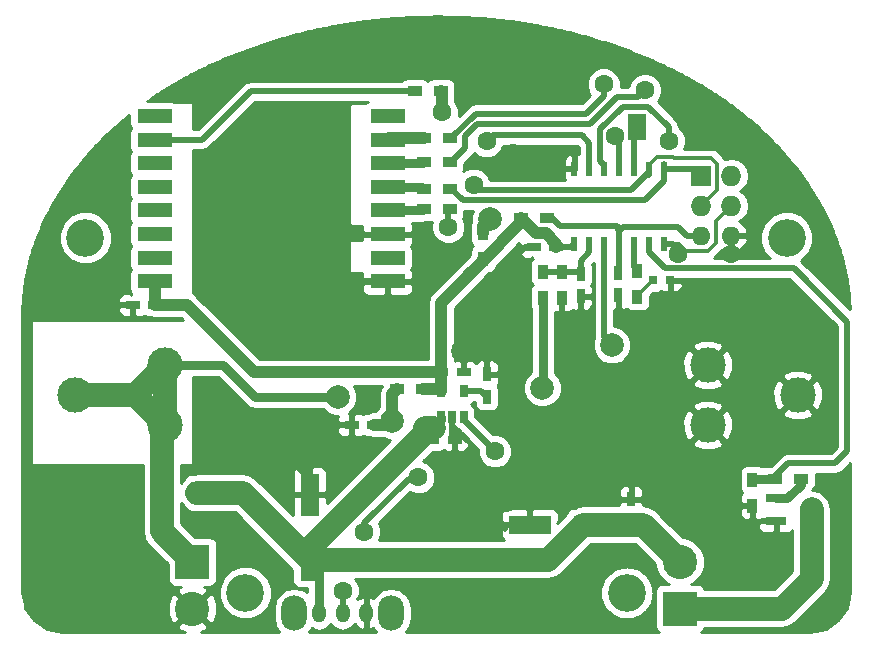
<source format=gbr>
G04 #@! TF.FileFunction,Copper,L1,Top,Signal*
%FSLAX46Y46*%
G04 Gerber Fmt 4.6, Leading zero omitted, Abs format (unit mm)*
G04 Created by KiCad (PCBNEW 0.201603210401+6634~43~ubuntu14.04.1-product) date Wed 13 Apr 2016 05:04:02 PM EEST*
%MOMM*%
G01*
G04 APERTURE LIST*
%ADD10C,0.100000*%
%ADD11R,0.750000X1.200000*%
%ADD12O,1.200000X1.600000*%
%ADD13O,2.200000X3.000000*%
%ADD14C,3.200000*%
%ADD15R,1.727200X1.727200*%
%ADD16O,1.727200X1.727200*%
%ADD17O,1.600000X1.600000*%
%ADD18R,1.000000X1.900000*%
%ADD19R,1.800860X0.800100*%
%ADD20C,3.000000*%
%ADD21R,1.200000X0.750000*%
%ADD22R,0.508000X1.143000*%
%ADD23R,1.200000X0.900000*%
%ADD24R,1.600200X3.599180*%
%ADD25R,3.599180X1.600200*%
%ADD26R,0.797560X0.797560*%
%ADD27R,2.900000X2.900000*%
%ADD28C,2.900000*%
%ADD29R,0.900000X1.200000*%
%ADD30R,0.650000X1.060000*%
%ADD31R,3.000000X1.200000*%
%ADD32R,1.524000X2.199640*%
%ADD33C,2.000000*%
%ADD34C,1.600000*%
%ADD35C,0.500000*%
%ADD36C,1.000000*%
%ADD37C,0.800000*%
%ADD38C,0.300000*%
%ADD39C,2.000000*%
%ADD40C,0.250000*%
%ADD41C,0.254000*%
G04 APERTURE END LIST*
D10*
D11*
X91500000Y-113350000D03*
X91500000Y-111450000D03*
D12*
X79300000Y-131700000D03*
X81300000Y-131700000D03*
X77300000Y-131700000D03*
D13*
X75200000Y-131700000D03*
X83400000Y-131700000D03*
D14*
X116910000Y-99910000D03*
X57510000Y-99910000D03*
X71060000Y-129970000D03*
D15*
X109650000Y-94660000D03*
D16*
X112190000Y-94660000D03*
X109650000Y-97200000D03*
X112190000Y-97200000D03*
D17*
X109650000Y-99740000D03*
X112190000Y-99740000D03*
D18*
X67000000Y-121500000D03*
X64000000Y-121500000D03*
D19*
X115998860Y-121950000D03*
X115998860Y-123850000D03*
X119001140Y-122900000D03*
D20*
X110210000Y-115750000D03*
X117830000Y-113210000D03*
X110210000Y-110670000D03*
X56610000Y-113200000D03*
X64230000Y-110660000D03*
X64230000Y-115740000D03*
D21*
X97400000Y-100700000D03*
X95500000Y-100700000D03*
X86900000Y-117000000D03*
X88800000Y-117000000D03*
X87650000Y-111300000D03*
X89550000Y-111300000D03*
D11*
X102650000Y-102850000D03*
X102650000Y-104750000D03*
D21*
X63450000Y-105600000D03*
X61550000Y-105600000D03*
D22*
X98890000Y-100402000D03*
X100160000Y-100402000D03*
X101430000Y-100402000D03*
X102700000Y-100402000D03*
X103970000Y-100402000D03*
X105240000Y-100402000D03*
X106510000Y-100402000D03*
X106510000Y-94052000D03*
X105240000Y-94052000D03*
X102700000Y-94052000D03*
X101430000Y-94052000D03*
X100160000Y-94052000D03*
X98890000Y-94052000D03*
X103970000Y-94052000D03*
D23*
X94400000Y-98200000D03*
X96600000Y-98200000D03*
D24*
X76500000Y-127150820D03*
X76500000Y-121649180D03*
D25*
X100650820Y-124200000D03*
X95149180Y-124200000D03*
D11*
X99450000Y-102950000D03*
X99450000Y-104850000D03*
X103720000Y-123950000D03*
X103720000Y-122050000D03*
D26*
X105550700Y-103500000D03*
X107049300Y-103500000D03*
D27*
X107860000Y-131300000D03*
D28*
X107860000Y-127340000D03*
D27*
X66580000Y-127350000D03*
D28*
X66580000Y-131310000D03*
D29*
X104250000Y-104900000D03*
X104250000Y-102700000D03*
X96250000Y-105000000D03*
X96250000Y-102800000D03*
X97850000Y-102800000D03*
X97850000Y-105000000D03*
D23*
X115900000Y-120300000D03*
X118100000Y-120300000D03*
D29*
X114000000Y-120400000D03*
X114000000Y-122600000D03*
D30*
X87650000Y-115100000D03*
X88600000Y-115100000D03*
X89550000Y-115100000D03*
X89550000Y-112900000D03*
X87650000Y-112900000D03*
D31*
X63400000Y-89600000D03*
X63400000Y-91600000D03*
X63400000Y-93600000D03*
X63400000Y-95600000D03*
X63400000Y-97600000D03*
X63400000Y-99600000D03*
X63400000Y-101600000D03*
X63400000Y-103600000D03*
X83100000Y-103600000D03*
X83100000Y-101600000D03*
X83100000Y-99600000D03*
X83100000Y-97600000D03*
X83100000Y-95600000D03*
X83100000Y-93600000D03*
X83100000Y-91600000D03*
X83100000Y-89600000D03*
D14*
X103360000Y-129980000D03*
D21*
X80050000Y-115750000D03*
X81950000Y-115750000D03*
D29*
X91200000Y-101700000D03*
X91200000Y-99500000D03*
D23*
X86100000Y-112750000D03*
X83900000Y-112750000D03*
X86150000Y-91500000D03*
X88350000Y-91500000D03*
X86150000Y-93500000D03*
X88350000Y-93500000D03*
X86150000Y-95750000D03*
X88350000Y-95750000D03*
X86150000Y-97500000D03*
X88350000Y-97500000D03*
X87600000Y-87500000D03*
X85400000Y-87500000D03*
D32*
X104200000Y-90500000D03*
D33*
X91900002Y-124500000D03*
D34*
X78900000Y-118500000D03*
X76900000Y-118400000D03*
X74700000Y-118400000D03*
X93750000Y-92750000D03*
X92250000Y-94000000D03*
X74000000Y-106000000D03*
X75499996Y-109500000D03*
D33*
X89500000Y-109499996D03*
D34*
X112200000Y-101249990D03*
D33*
X121000000Y-121000000D03*
X112000000Y-123000000D03*
X93200000Y-122100000D03*
X92300000Y-105300000D03*
X102100000Y-109000000D03*
D34*
X91500000Y-91750000D03*
X87700000Y-89300000D03*
X101400000Y-86900000D03*
X102400000Y-91300000D03*
D33*
X96200000Y-112600000D03*
X78900002Y-113400000D03*
D34*
X90400000Y-95400000D03*
X88250000Y-99000000D03*
X109650000Y-97200000D03*
X104900000Y-87400000D03*
X107700000Y-101249990D03*
X106900000Y-91700000D03*
D33*
X83500000Y-115400000D03*
X91800000Y-98300000D03*
D34*
X79300000Y-129800000D03*
X81100000Y-124800000D03*
X85700000Y-120200000D03*
X92200000Y-118000000D03*
D35*
X89550000Y-112900000D02*
X91050000Y-112900000D01*
X91050000Y-112900000D02*
X91500000Y-113350000D01*
D36*
X89950000Y-103100000D02*
X90650000Y-102400000D01*
X90650000Y-102400000D02*
X91000000Y-102050000D01*
X91200000Y-101700000D02*
X91200000Y-101850000D01*
X91200000Y-101850000D02*
X90650000Y-102400000D01*
X86100000Y-112750000D02*
X87500000Y-112750000D01*
X87500000Y-112750000D02*
X87650000Y-112900000D01*
X87650000Y-111300000D02*
X71800000Y-111300000D01*
X71800000Y-111300000D02*
X66100000Y-105600000D01*
X66100000Y-105600000D02*
X65050000Y-105600000D01*
X65050000Y-105600000D02*
X63450000Y-105600000D01*
X97400000Y-100700000D02*
X97400000Y-100400000D01*
X97400000Y-100400000D02*
X96500000Y-99500000D01*
X96500000Y-99500000D02*
X95700000Y-99500000D01*
X95700000Y-99500000D02*
X94400000Y-98200000D01*
D37*
X94400000Y-98200000D02*
X94400000Y-98650000D01*
X94400000Y-98650000D02*
X94350000Y-98700000D01*
D36*
X87650000Y-111300000D02*
X87650000Y-105400000D01*
X87650000Y-111300000D02*
X87425000Y-111300000D01*
X87650000Y-111300000D02*
X87300000Y-111300000D01*
X87650000Y-112900000D02*
X87650000Y-111300000D01*
D35*
X97400000Y-100700000D02*
X98592000Y-100700000D01*
X98592000Y-100700000D02*
X98890000Y-100402000D01*
D36*
X87650000Y-105400000D02*
X91000000Y-102050000D01*
X91000000Y-102050000D02*
X94350000Y-98700000D01*
X63450000Y-105600000D02*
X63450000Y-103650000D01*
X63450000Y-103650000D02*
X63400000Y-103600000D01*
D35*
X92200002Y-124200000D02*
X91900002Y-124500000D01*
X95149180Y-124200000D02*
X92200002Y-124200000D01*
X93014215Y-124500000D02*
X91900002Y-124500000D01*
X93049180Y-124534965D02*
X93014215Y-124500000D01*
X93049180Y-124600000D02*
X93049180Y-124534965D01*
X89550000Y-116750000D02*
X89900000Y-117100000D01*
X89534998Y-116750000D02*
X89550000Y-116750000D01*
D37*
X76900000Y-118400000D02*
X78800000Y-118400000D01*
X78800000Y-118400000D02*
X78900000Y-118500000D01*
X76500000Y-121649180D02*
X76500000Y-120200000D01*
X76500000Y-120200000D02*
X74700000Y-118400000D01*
D36*
X93500000Y-92750000D02*
X93750000Y-92750000D01*
X92250000Y-94000000D02*
X93500000Y-92750000D01*
D35*
X88600000Y-115815002D02*
X89534998Y-116750000D01*
X89250000Y-116500000D02*
X89500000Y-116750000D01*
X89250000Y-116465002D02*
X89250000Y-116500000D01*
X88600000Y-115815002D02*
X89034998Y-116250000D01*
X89034998Y-116250000D02*
X89250000Y-116465002D01*
X88800000Y-117000000D02*
X88800000Y-116484998D01*
X88800000Y-116484998D02*
X89034998Y-116250000D01*
X88600000Y-115100000D02*
X88600000Y-115815002D01*
X88600000Y-115100000D02*
X88600000Y-116800000D01*
X88600000Y-116800000D02*
X88800000Y-117000000D01*
X74799999Y-106799999D02*
X74000000Y-106000000D01*
X75499996Y-109500000D02*
X75499996Y-107499996D01*
X74799999Y-105200001D02*
X74000000Y-106000000D01*
X75499996Y-107499996D02*
X74799999Y-106799999D01*
X76400000Y-103600000D02*
X74799999Y-105200001D01*
X83100000Y-103600000D02*
X76400000Y-103600000D01*
X89500000Y-108100000D02*
X89500000Y-109499996D01*
X92300000Y-105300000D02*
X89500000Y-108100000D01*
D38*
X112190000Y-101239990D02*
X112200000Y-101249990D01*
X112190000Y-99740000D02*
X112190000Y-101239990D01*
X95500000Y-100700000D02*
X94600000Y-100700000D01*
X92300000Y-103885787D02*
X92300000Y-105300000D01*
X94600000Y-100700000D02*
X92300000Y-103000000D01*
X92300000Y-103000000D02*
X92300000Y-103885787D01*
D35*
X114000000Y-122600000D02*
X112400000Y-122600000D01*
X112400000Y-122600000D02*
X112000000Y-123000000D01*
X95500000Y-100700000D02*
X94754164Y-100700000D01*
X94754164Y-100700000D02*
X92277082Y-103177082D01*
D39*
X100650820Y-124200000D02*
X99651330Y-124200000D01*
X99651330Y-124200000D02*
X96700510Y-127150820D01*
X96700510Y-127150820D02*
X79300100Y-127150820D01*
X105120000Y-124600000D02*
X104720000Y-124200000D01*
X104720000Y-124200000D02*
X100650820Y-124200000D01*
D37*
X77300000Y-131700000D02*
X77300000Y-127950820D01*
X77300000Y-127950820D02*
X76500000Y-127150820D01*
D39*
X79300100Y-127150820D02*
X76500000Y-127150820D01*
X86248670Y-116000000D02*
X86248670Y-116402660D01*
X86248670Y-116402660D02*
X76500000Y-126151330D01*
X76500000Y-126151330D02*
X76500000Y-127150820D01*
X76500000Y-127150820D02*
X70849180Y-121500000D01*
X70849180Y-121500000D02*
X67000000Y-121500000D01*
D35*
X86900000Y-117000000D02*
X86900000Y-116125000D01*
X86900000Y-116125000D02*
X86775000Y-116000000D01*
X86775000Y-116000000D02*
X86248670Y-116000000D01*
D37*
X103720000Y-123950000D02*
X103720000Y-124175000D01*
X103720000Y-124175000D02*
X104145000Y-124600000D01*
X104145000Y-124600000D02*
X105120000Y-124600000D01*
D39*
X107860000Y-127340000D02*
X105120000Y-124600000D01*
X86248670Y-116000000D02*
X87074999Y-116000000D01*
D37*
X87650000Y-115100000D02*
X87074999Y-116000000D01*
X87650000Y-115305000D02*
X87650000Y-115100000D01*
D36*
X106560000Y-126040000D02*
X107860000Y-127340000D01*
D35*
X102700000Y-99330500D02*
X102650000Y-99280500D01*
X102650000Y-99280500D02*
X102650000Y-99000000D01*
X102650000Y-99000000D02*
X102550000Y-98900000D01*
X102550000Y-98900000D02*
X97700000Y-98900000D01*
X97700000Y-98900000D02*
X97000000Y-98200000D01*
X97000000Y-98200000D02*
X96600000Y-98200000D01*
X102600000Y-102800000D02*
X102650000Y-102850000D01*
X102700000Y-100402000D02*
X102700000Y-102800000D01*
X102700000Y-102800000D02*
X102650000Y-102850000D01*
X109650000Y-99740000D02*
X108428686Y-99740000D01*
X108428686Y-99740000D02*
X107688686Y-99000000D01*
X107688686Y-99000000D02*
X103030500Y-99000000D01*
X103030500Y-99000000D02*
X102700000Y-99330500D01*
X102700000Y-99330500D02*
X102700000Y-100402000D01*
X96250000Y-102800000D02*
X97850000Y-102800000D01*
X97850000Y-102800000D02*
X99300000Y-102800000D01*
X99300000Y-102800000D02*
X99450000Y-102950000D01*
X99450000Y-102950000D02*
X99450000Y-101850000D01*
X99450000Y-101850000D02*
X100160000Y-101140000D01*
X100160000Y-101140000D02*
X100160000Y-100402000D01*
D38*
X104250000Y-104900000D02*
X104250000Y-104800700D01*
X104250000Y-104800700D02*
X105550700Y-103500000D01*
D35*
X101430000Y-100402000D02*
X101430000Y-108330000D01*
X101430000Y-108330000D02*
X102100000Y-109000000D01*
X103970000Y-100402000D02*
X103970000Y-102420000D01*
X103970000Y-102420000D02*
X104250000Y-102700000D01*
X100160000Y-94052000D02*
X100160000Y-91860000D01*
X100160000Y-91860000D02*
X99550000Y-91250000D01*
X99550000Y-91250000D02*
X92000000Y-91250000D01*
X92000000Y-91250000D02*
X91500000Y-91750000D01*
D36*
X87700000Y-89300000D02*
X87700000Y-87600000D01*
X87700000Y-87600000D02*
X87600000Y-87500000D01*
D35*
X88350000Y-91500000D02*
X88500000Y-91500000D01*
X101400000Y-87900000D02*
X101400000Y-86900000D01*
X88500000Y-91500000D02*
X90600000Y-89400000D01*
X90600000Y-89400000D02*
X99900000Y-89400000D01*
X99900000Y-89400000D02*
X101400000Y-87900000D01*
X102700000Y-91600000D02*
X102400000Y-91300000D01*
X102700000Y-94052000D02*
X102700000Y-91600000D01*
D39*
X119001140Y-122900000D02*
X119001140Y-128798860D01*
X119001140Y-128798860D02*
X116500000Y-131300000D01*
X116500000Y-131300000D02*
X111310000Y-131300000D01*
X111310000Y-131300000D02*
X107860000Y-131300000D01*
D37*
X64230000Y-110660000D02*
X69160000Y-110660000D01*
X69160000Y-110660000D02*
X71900000Y-113400000D01*
X71900000Y-113400000D02*
X77485789Y-113400000D01*
X77485789Y-113400000D02*
X78900002Y-113400000D01*
X96250000Y-112550000D02*
X96200000Y-112600000D01*
X96250000Y-105000000D02*
X96250000Y-112550000D01*
D39*
X64000000Y-121500000D02*
X64000000Y-124770000D01*
X64000000Y-124770000D02*
X66580000Y-127350000D01*
X64000000Y-121500000D02*
X64000000Y-115970000D01*
X64000000Y-115970000D02*
X64230000Y-115740000D01*
X64230000Y-115740000D02*
X61690000Y-113200000D01*
X64230000Y-110660000D02*
X64230000Y-115740000D01*
X56610000Y-113200000D02*
X61690000Y-113200000D01*
X61690000Y-113200000D02*
X64230000Y-110660000D01*
D37*
X115998860Y-121950000D02*
X116950000Y-121950000D01*
X116950000Y-121950000D02*
X118100000Y-120800000D01*
X118100000Y-120800000D02*
X118100000Y-120300000D01*
D35*
X106510000Y-94052000D02*
X106510000Y-95123500D01*
X106510000Y-95123500D02*
X104883500Y-96750000D01*
X104883500Y-96750000D02*
X89500000Y-96750000D01*
X88500000Y-95750000D02*
X88350000Y-95750000D01*
X89500000Y-96750000D02*
X88500000Y-95750000D01*
X106510000Y-94052000D02*
X106510000Y-93686498D01*
X109700000Y-94610000D02*
X109650000Y-94660000D01*
X106510000Y-94052000D02*
X109042000Y-94052000D01*
X109042000Y-94052000D02*
X109650000Y-94660000D01*
D40*
X108942000Y-93952000D02*
X109650000Y-94660000D01*
D35*
X105240000Y-94052000D02*
X105240000Y-94369500D01*
X105240000Y-94369500D02*
X103709500Y-95900000D01*
X103709500Y-95900000D02*
X90800000Y-95900000D01*
X90800000Y-95900000D02*
X90400000Y-95500000D01*
X90400000Y-95500000D02*
X90400000Y-95400000D01*
X90500000Y-95500000D02*
X90400000Y-95400000D01*
X88250000Y-99000000D02*
X88250000Y-97600000D01*
X88250000Y-97600000D02*
X88350000Y-97500000D01*
D38*
X110976399Y-93629197D02*
X110497204Y-93150002D01*
X110976399Y-95873601D02*
X110976399Y-93629197D01*
X107247998Y-93050002D02*
X105924498Y-93050002D01*
X107347998Y-93150002D02*
X107247998Y-93050002D01*
X110497204Y-93150002D02*
X107347998Y-93150002D01*
X105924498Y-93050002D02*
X105240000Y-93734500D01*
X109650000Y-97200000D02*
X110976399Y-95873601D01*
X105240000Y-93734500D02*
X105240000Y-94052000D01*
D35*
X105240000Y-94052000D02*
X105240000Y-94597502D01*
X89700000Y-92300000D02*
X89700000Y-91300000D01*
X88500000Y-93500000D02*
X89700000Y-92300000D01*
X102560042Y-87999989D02*
X104300011Y-87999989D01*
X88350000Y-93500000D02*
X88500000Y-93500000D01*
X90710036Y-90289964D02*
X100270067Y-90289964D01*
X100270067Y-90289964D02*
X102560042Y-87999989D01*
X104300011Y-87999989D02*
X104900000Y-87400000D01*
X89700000Y-91300000D02*
X90710036Y-90289964D01*
X107264000Y-100402000D02*
X107700000Y-100838000D01*
X106510000Y-100402000D02*
X107264000Y-100402000D01*
X107700000Y-100838000D02*
X107700000Y-101249990D01*
D38*
X112190000Y-97200000D02*
X110900001Y-98489999D01*
X110250001Y-100990001D02*
X108390001Y-100990001D01*
X110900001Y-98489999D02*
X110900001Y-100340001D01*
X110900001Y-100340001D02*
X110250001Y-100990001D01*
X108390001Y-100990001D02*
X107802000Y-100402000D01*
X107802000Y-100402000D02*
X106510000Y-100402000D01*
D35*
X122000000Y-118000000D02*
X122000000Y-107000000D01*
X115900000Y-120300000D02*
X115900000Y-120100000D01*
X121000000Y-119000000D02*
X122000000Y-118000000D01*
X106600000Y-102500000D02*
X105240000Y-101140000D01*
X115900000Y-120100000D02*
X117000000Y-119000000D01*
X117000000Y-119000000D02*
X121000000Y-119000000D01*
X122000000Y-107000000D02*
X117500000Y-102500000D01*
X117500000Y-102500000D02*
X106600000Y-102500000D01*
X105240000Y-101140000D02*
X105240000Y-100402000D01*
D40*
X105240000Y-100402000D02*
X105240000Y-100084500D01*
D37*
X115900000Y-120300000D02*
X114100000Y-120300000D01*
X114100000Y-120300000D02*
X114000000Y-120400000D01*
D35*
X101430000Y-94052000D02*
X101430000Y-93734500D01*
X101100000Y-93404500D02*
X101100000Y-90700000D01*
X101430000Y-93734500D02*
X101100000Y-93404500D01*
X101100000Y-90700000D02*
X103000000Y-88800000D01*
X103000000Y-88800000D02*
X105171822Y-88800000D01*
X105171822Y-88800000D02*
X106900000Y-90528178D01*
X106900000Y-90528178D02*
X106900000Y-91700000D01*
D40*
X101450000Y-94032000D02*
X101430000Y-94052000D01*
D35*
X103970000Y-94052000D02*
X103970000Y-90730000D01*
X103970000Y-90730000D02*
X104200000Y-90500000D01*
D36*
X81950000Y-115750000D02*
X83150000Y-115750000D01*
X83150000Y-115750000D02*
X83500000Y-115400000D01*
X83500000Y-115400000D02*
X83500000Y-113150000D01*
X83500000Y-113150000D02*
X83900000Y-112750000D01*
X83500000Y-115225000D02*
X83500000Y-115400000D01*
X91200000Y-99500000D02*
X91200000Y-98900000D01*
X91200000Y-98900000D02*
X91800000Y-98300000D01*
X86150000Y-91500000D02*
X83200000Y-91500000D01*
X83200000Y-91500000D02*
X83100000Y-91600000D01*
D37*
X83100000Y-93600000D02*
X86050000Y-93600000D01*
X86050000Y-93600000D02*
X86150000Y-93500000D01*
X83100000Y-95600000D02*
X86000000Y-95600000D01*
X86000000Y-95600000D02*
X86150000Y-95750000D01*
X83100000Y-97600000D02*
X86050000Y-97600000D01*
X86050000Y-97600000D02*
X86150000Y-97500000D01*
D35*
X63400000Y-91600000D02*
X67400000Y-91600000D01*
X67400000Y-91600000D02*
X71500000Y-87500000D01*
X71500000Y-87500000D02*
X85400000Y-87500000D01*
X85700000Y-120200000D02*
X85600000Y-120300000D01*
X85600000Y-120300000D02*
X84900000Y-120300000D01*
X84900000Y-120300000D02*
X81100000Y-124100000D01*
X81100000Y-124100000D02*
X81100000Y-124800000D01*
X79300000Y-129800000D02*
X79300000Y-131700000D01*
X89550000Y-115100000D02*
X89550000Y-115350000D01*
X89550000Y-115350000D02*
X92200000Y-118000000D01*
X89550000Y-115100000D02*
X89550000Y-115305000D01*
D41*
G36*
X122239691Y-129907285D02*
X121974953Y-131238212D01*
X121259259Y-132309323D01*
X120188150Y-133025014D01*
X118857224Y-133289752D01*
X109645174Y-133289752D01*
X109767809Y-133207809D01*
X109908157Y-132997765D01*
X109920642Y-132935000D01*
X116499995Y-132935000D01*
X116500000Y-132935001D01*
X117125688Y-132810543D01*
X117656120Y-132456120D01*
X120157260Y-129954980D01*
X120511683Y-129424548D01*
X120636141Y-128798860D01*
X120636140Y-128798855D01*
X120636140Y-122900000D01*
X120511683Y-122274313D01*
X120500926Y-122258214D01*
X120499727Y-122252185D01*
X120359379Y-122042141D01*
X120354270Y-122038727D01*
X120157260Y-121743880D01*
X119626827Y-121389457D01*
X119055912Y-121275895D01*
X119157809Y-121207809D01*
X119298157Y-120997765D01*
X119347440Y-120750000D01*
X119347440Y-119885000D01*
X120999995Y-119885000D01*
X121000000Y-119885001D01*
X121282484Y-119828810D01*
X121338675Y-119817633D01*
X121625790Y-119625790D01*
X121625791Y-119625789D01*
X122239691Y-119011888D01*
X122239691Y-129907285D01*
X122239691Y-129907285D01*
G37*
X122239691Y-129907285D02*
X121974953Y-131238212D01*
X121259259Y-132309323D01*
X120188150Y-133025014D01*
X118857224Y-133289752D01*
X109645174Y-133289752D01*
X109767809Y-133207809D01*
X109908157Y-132997765D01*
X109920642Y-132935000D01*
X116499995Y-132935000D01*
X116500000Y-132935001D01*
X117125688Y-132810543D01*
X117656120Y-132456120D01*
X120157260Y-129954980D01*
X120511683Y-129424548D01*
X120636141Y-128798860D01*
X120636140Y-128798855D01*
X120636140Y-122900000D01*
X120511683Y-122274313D01*
X120500926Y-122258214D01*
X120499727Y-122252185D01*
X120359379Y-122042141D01*
X120354270Y-122038727D01*
X120157260Y-121743880D01*
X119626827Y-121389457D01*
X119055912Y-121275895D01*
X119157809Y-121207809D01*
X119298157Y-120997765D01*
X119347440Y-120750000D01*
X119347440Y-119885000D01*
X120999995Y-119885000D01*
X121000000Y-119885001D01*
X121282484Y-119828810D01*
X121338675Y-119817633D01*
X121625790Y-119625790D01*
X121625791Y-119625789D01*
X122239691Y-119011888D01*
X122239691Y-129907285D01*
G36*
X61252560Y-90200000D02*
X61301843Y-90447765D01*
X61403564Y-90600000D01*
X61301843Y-90752235D01*
X61252560Y-91000000D01*
X61252560Y-92200000D01*
X61301843Y-92447765D01*
X61403564Y-92600000D01*
X61301843Y-92752235D01*
X61252560Y-93000000D01*
X61252560Y-94200000D01*
X61301843Y-94447765D01*
X61403564Y-94600000D01*
X61301843Y-94752235D01*
X61252560Y-95000000D01*
X61252560Y-96200000D01*
X61301843Y-96447765D01*
X61403564Y-96600000D01*
X61301843Y-96752235D01*
X61252560Y-97000000D01*
X61252560Y-98200000D01*
X61301843Y-98447765D01*
X61403564Y-98600000D01*
X61301843Y-98752235D01*
X61252560Y-99000000D01*
X61252560Y-100200000D01*
X61301843Y-100447765D01*
X61403564Y-100600000D01*
X61301843Y-100752235D01*
X61252560Y-101000000D01*
X61252560Y-102200000D01*
X61301843Y-102447765D01*
X61403564Y-102600000D01*
X61301843Y-102752235D01*
X61252560Y-103000000D01*
X61252560Y-104200000D01*
X61301843Y-104447765D01*
X61422998Y-104629085D01*
X61422998Y-104748748D01*
X61264250Y-104590000D01*
X60823691Y-104590000D01*
X60590302Y-104686673D01*
X60411673Y-104865301D01*
X60315000Y-105098690D01*
X60315000Y-105314250D01*
X60473750Y-105473000D01*
X61423000Y-105473000D01*
X61423000Y-105453000D01*
X61677000Y-105453000D01*
X61677000Y-105473000D01*
X61697000Y-105473000D01*
X61697000Y-105727000D01*
X61677000Y-105727000D01*
X61677000Y-106451250D01*
X61835750Y-106610000D01*
X62276309Y-106610000D01*
X62509698Y-106513327D01*
X62510898Y-106512127D01*
X62602235Y-106573157D01*
X62850000Y-106622440D01*
X62976498Y-106622440D01*
X63015654Y-106648603D01*
X63450000Y-106735000D01*
X65629868Y-106735000D01*
X65767868Y-106873000D01*
X53000000Y-106873000D01*
X52951399Y-106882667D01*
X52910197Y-106910197D01*
X52882667Y-106951399D01*
X52873000Y-107000000D01*
X52873000Y-119000000D01*
X52882667Y-119048601D01*
X52910197Y-119089803D01*
X52951399Y-119117333D01*
X53000000Y-119127000D01*
X62365000Y-119127000D01*
X62365000Y-124769995D01*
X62364999Y-124770000D01*
X62489457Y-125395688D01*
X62843880Y-125926120D01*
X64482560Y-127564800D01*
X64482560Y-128800000D01*
X64531843Y-129047765D01*
X64672191Y-129257809D01*
X64882235Y-129398157D01*
X65130000Y-129447440D01*
X65607172Y-129447440D01*
X65435435Y-129518576D01*
X65281756Y-129832151D01*
X66580000Y-131130395D01*
X67878244Y-129832151D01*
X67724565Y-129518576D01*
X67542346Y-129447440D01*
X68030000Y-129447440D01*
X68277765Y-129398157D01*
X68487809Y-129257809D01*
X68628157Y-129047765D01*
X68677440Y-128800000D01*
X68677440Y-125900000D01*
X68628157Y-125652235D01*
X68487809Y-125442191D01*
X68277765Y-125301843D01*
X68030000Y-125252560D01*
X66794800Y-125252560D01*
X65635000Y-124092760D01*
X65635000Y-122343508D01*
X65843880Y-122656120D01*
X65901174Y-122694403D01*
X65901843Y-122697765D01*
X66042191Y-122907809D01*
X66252235Y-123048157D01*
X66500000Y-123097440D01*
X66811173Y-123097440D01*
X67000000Y-123135000D01*
X70171940Y-123135000D01*
X75052460Y-128015519D01*
X75052460Y-128950410D01*
X75101743Y-129198175D01*
X75242091Y-129408219D01*
X75452135Y-129548567D01*
X75699900Y-129597850D01*
X76265000Y-129597850D01*
X76265000Y-129923211D01*
X75863956Y-129655242D01*
X75200000Y-129523173D01*
X74536044Y-129655242D01*
X73973170Y-130031343D01*
X73597069Y-130594217D01*
X73465000Y-131258173D01*
X73465000Y-132141827D01*
X73597069Y-132805783D01*
X73920447Y-133289752D01*
X67269901Y-133289752D01*
X67724565Y-133101424D01*
X67878244Y-132787849D01*
X66580000Y-131489605D01*
X65281756Y-132787849D01*
X65435435Y-133101424D01*
X65917848Y-133289752D01*
X55557467Y-133289752D01*
X54226540Y-133025014D01*
X53155429Y-132309320D01*
X52439738Y-131238211D01*
X52380044Y-130938108D01*
X64486934Y-130938108D01*
X64503942Y-131767398D01*
X64788576Y-132454565D01*
X65102151Y-132608244D01*
X66400395Y-131310000D01*
X66759605Y-131310000D01*
X68057849Y-132608244D01*
X68371424Y-132454565D01*
X68673066Y-131681892D01*
X68656058Y-130852602D01*
X68473812Y-130412619D01*
X68824613Y-130412619D01*
X69164155Y-131234372D01*
X69792321Y-131863636D01*
X70613481Y-132204611D01*
X71502619Y-132205387D01*
X72324372Y-131865845D01*
X72953636Y-131237679D01*
X73294611Y-130416519D01*
X73295387Y-129527381D01*
X72955845Y-128705628D01*
X72327679Y-128076364D01*
X71506519Y-127735389D01*
X70617381Y-127734613D01*
X69795628Y-128074155D01*
X69166364Y-128702321D01*
X68825389Y-129523481D01*
X68824613Y-130412619D01*
X68473812Y-130412619D01*
X68371424Y-130165435D01*
X68057849Y-130011756D01*
X66759605Y-131310000D01*
X66400395Y-131310000D01*
X65102151Y-130011756D01*
X64788576Y-130165435D01*
X64486934Y-130938108D01*
X52380044Y-130938108D01*
X52175000Y-129907285D01*
X52175000Y-106461615D01*
X52174992Y-106461572D01*
X52176049Y-106271100D01*
X52179222Y-106080574D01*
X52184518Y-105889953D01*
X52184679Y-105885750D01*
X60315000Y-105885750D01*
X60315000Y-106101310D01*
X60411673Y-106334699D01*
X60590302Y-106513327D01*
X60823691Y-106610000D01*
X61264250Y-106610000D01*
X61423000Y-106451250D01*
X61423000Y-105727000D01*
X60473750Y-105727000D01*
X60315000Y-105885750D01*
X52184679Y-105885750D01*
X52191827Y-105699608D01*
X52201267Y-105508994D01*
X52212710Y-105318876D01*
X52226278Y-105128732D01*
X52241977Y-104938425D01*
X52259584Y-104748500D01*
X52279417Y-104558638D01*
X52301216Y-104368529D01*
X52324978Y-104179009D01*
X52350878Y-103989623D01*
X52378844Y-103800031D01*
X52408704Y-103610854D01*
X52440704Y-103421744D01*
X52474661Y-103232665D01*
X52510612Y-103043946D01*
X52548607Y-102855320D01*
X52588529Y-102666994D01*
X52630471Y-102478975D01*
X52674472Y-102291006D01*
X52720420Y-102103257D01*
X52768333Y-101915565D01*
X52818130Y-101728437D01*
X52869948Y-101541527D01*
X52923760Y-101354778D01*
X52979534Y-101168123D01*
X53037237Y-100981871D01*
X53096741Y-100796115D01*
X53158280Y-100610628D01*
X53221806Y-100425274D01*
X53247493Y-100352619D01*
X55274613Y-100352619D01*
X55614155Y-101174372D01*
X56242321Y-101803636D01*
X57063481Y-102144611D01*
X57952619Y-102145387D01*
X58774372Y-101805845D01*
X59403636Y-101177679D01*
X59744611Y-100356519D01*
X59745387Y-99467381D01*
X59405845Y-98645628D01*
X58777679Y-98016364D01*
X57956519Y-97675389D01*
X57067381Y-97674613D01*
X56245628Y-98014155D01*
X55616364Y-98642321D01*
X55275389Y-99463481D01*
X55274613Y-100352619D01*
X53247493Y-100352619D01*
X53287197Y-100240318D01*
X53354526Y-100055647D01*
X53423691Y-99871369D01*
X53494803Y-99687446D01*
X53567821Y-99503983D01*
X53642799Y-99320605D01*
X53719601Y-99137752D01*
X53798212Y-98955361D01*
X53878765Y-98773438D01*
X53961211Y-98591787D01*
X54045576Y-98410449D01*
X54131653Y-98229572D01*
X54219535Y-98049550D01*
X54309537Y-97869448D01*
X54401188Y-97689929D01*
X54494661Y-97511031D01*
X54590025Y-97332626D01*
X54687185Y-97154516D01*
X54786149Y-96977157D01*
X54886904Y-96800107D01*
X54989516Y-96623715D01*
X55093912Y-96447748D01*
X55200145Y-96272312D01*
X55308099Y-96097409D01*
X55417754Y-95923167D01*
X55529291Y-95749546D01*
X55642572Y-95576367D01*
X55757571Y-95403919D01*
X55874375Y-95231969D01*
X55992877Y-95060682D01*
X56113175Y-94890007D01*
X56235132Y-94720103D01*
X56359051Y-94550495D01*
X56484452Y-94381801D01*
X56611786Y-94213549D01*
X56740490Y-94046224D01*
X56871139Y-93879553D01*
X57003480Y-93713397D01*
X57137511Y-93548098D01*
X57273073Y-93383515D01*
X57410312Y-93219899D01*
X57549624Y-93056473D01*
X57690332Y-92893925D01*
X57832537Y-92732434D01*
X57976439Y-92571677D01*
X58122169Y-92411608D01*
X58269447Y-92252235D01*
X58418418Y-92093703D01*
X58568950Y-91936049D01*
X58721193Y-91779122D01*
X58874967Y-91623105D01*
X59030262Y-91468004D01*
X59187357Y-91313644D01*
X59345935Y-91160143D01*
X59506192Y-91007503D01*
X59667939Y-90855720D01*
X59831200Y-90704949D01*
X59996103Y-90554991D01*
X60162621Y-90405967D01*
X60330603Y-90257909D01*
X60500124Y-90110761D01*
X60671332Y-89964528D01*
X60843975Y-89819209D01*
X61018110Y-89674967D01*
X61193931Y-89531563D01*
X61252560Y-89484469D01*
X61252560Y-90200000D01*
X61252560Y-90200000D01*
G37*
X61252560Y-90200000D02*
X61301843Y-90447765D01*
X61403564Y-90600000D01*
X61301843Y-90752235D01*
X61252560Y-91000000D01*
X61252560Y-92200000D01*
X61301843Y-92447765D01*
X61403564Y-92600000D01*
X61301843Y-92752235D01*
X61252560Y-93000000D01*
X61252560Y-94200000D01*
X61301843Y-94447765D01*
X61403564Y-94600000D01*
X61301843Y-94752235D01*
X61252560Y-95000000D01*
X61252560Y-96200000D01*
X61301843Y-96447765D01*
X61403564Y-96600000D01*
X61301843Y-96752235D01*
X61252560Y-97000000D01*
X61252560Y-98200000D01*
X61301843Y-98447765D01*
X61403564Y-98600000D01*
X61301843Y-98752235D01*
X61252560Y-99000000D01*
X61252560Y-100200000D01*
X61301843Y-100447765D01*
X61403564Y-100600000D01*
X61301843Y-100752235D01*
X61252560Y-101000000D01*
X61252560Y-102200000D01*
X61301843Y-102447765D01*
X61403564Y-102600000D01*
X61301843Y-102752235D01*
X61252560Y-103000000D01*
X61252560Y-104200000D01*
X61301843Y-104447765D01*
X61422998Y-104629085D01*
X61422998Y-104748748D01*
X61264250Y-104590000D01*
X60823691Y-104590000D01*
X60590302Y-104686673D01*
X60411673Y-104865301D01*
X60315000Y-105098690D01*
X60315000Y-105314250D01*
X60473750Y-105473000D01*
X61423000Y-105473000D01*
X61423000Y-105453000D01*
X61677000Y-105453000D01*
X61677000Y-105473000D01*
X61697000Y-105473000D01*
X61697000Y-105727000D01*
X61677000Y-105727000D01*
X61677000Y-106451250D01*
X61835750Y-106610000D01*
X62276309Y-106610000D01*
X62509698Y-106513327D01*
X62510898Y-106512127D01*
X62602235Y-106573157D01*
X62850000Y-106622440D01*
X62976498Y-106622440D01*
X63015654Y-106648603D01*
X63450000Y-106735000D01*
X65629868Y-106735000D01*
X65767868Y-106873000D01*
X53000000Y-106873000D01*
X52951399Y-106882667D01*
X52910197Y-106910197D01*
X52882667Y-106951399D01*
X52873000Y-107000000D01*
X52873000Y-119000000D01*
X52882667Y-119048601D01*
X52910197Y-119089803D01*
X52951399Y-119117333D01*
X53000000Y-119127000D01*
X62365000Y-119127000D01*
X62365000Y-124769995D01*
X62364999Y-124770000D01*
X62489457Y-125395688D01*
X62843880Y-125926120D01*
X64482560Y-127564800D01*
X64482560Y-128800000D01*
X64531843Y-129047765D01*
X64672191Y-129257809D01*
X64882235Y-129398157D01*
X65130000Y-129447440D01*
X65607172Y-129447440D01*
X65435435Y-129518576D01*
X65281756Y-129832151D01*
X66580000Y-131130395D01*
X67878244Y-129832151D01*
X67724565Y-129518576D01*
X67542346Y-129447440D01*
X68030000Y-129447440D01*
X68277765Y-129398157D01*
X68487809Y-129257809D01*
X68628157Y-129047765D01*
X68677440Y-128800000D01*
X68677440Y-125900000D01*
X68628157Y-125652235D01*
X68487809Y-125442191D01*
X68277765Y-125301843D01*
X68030000Y-125252560D01*
X66794800Y-125252560D01*
X65635000Y-124092760D01*
X65635000Y-122343508D01*
X65843880Y-122656120D01*
X65901174Y-122694403D01*
X65901843Y-122697765D01*
X66042191Y-122907809D01*
X66252235Y-123048157D01*
X66500000Y-123097440D01*
X66811173Y-123097440D01*
X67000000Y-123135000D01*
X70171940Y-123135000D01*
X75052460Y-128015519D01*
X75052460Y-128950410D01*
X75101743Y-129198175D01*
X75242091Y-129408219D01*
X75452135Y-129548567D01*
X75699900Y-129597850D01*
X76265000Y-129597850D01*
X76265000Y-129923211D01*
X75863956Y-129655242D01*
X75200000Y-129523173D01*
X74536044Y-129655242D01*
X73973170Y-130031343D01*
X73597069Y-130594217D01*
X73465000Y-131258173D01*
X73465000Y-132141827D01*
X73597069Y-132805783D01*
X73920447Y-133289752D01*
X67269901Y-133289752D01*
X67724565Y-133101424D01*
X67878244Y-132787849D01*
X66580000Y-131489605D01*
X65281756Y-132787849D01*
X65435435Y-133101424D01*
X65917848Y-133289752D01*
X55557467Y-133289752D01*
X54226540Y-133025014D01*
X53155429Y-132309320D01*
X52439738Y-131238211D01*
X52380044Y-130938108D01*
X64486934Y-130938108D01*
X64503942Y-131767398D01*
X64788576Y-132454565D01*
X65102151Y-132608244D01*
X66400395Y-131310000D01*
X66759605Y-131310000D01*
X68057849Y-132608244D01*
X68371424Y-132454565D01*
X68673066Y-131681892D01*
X68656058Y-130852602D01*
X68473812Y-130412619D01*
X68824613Y-130412619D01*
X69164155Y-131234372D01*
X69792321Y-131863636D01*
X70613481Y-132204611D01*
X71502619Y-132205387D01*
X72324372Y-131865845D01*
X72953636Y-131237679D01*
X73294611Y-130416519D01*
X73295387Y-129527381D01*
X72955845Y-128705628D01*
X72327679Y-128076364D01*
X71506519Y-127735389D01*
X70617381Y-127734613D01*
X69795628Y-128074155D01*
X69166364Y-128702321D01*
X68825389Y-129523481D01*
X68824613Y-130412619D01*
X68473812Y-130412619D01*
X68371424Y-130165435D01*
X68057849Y-130011756D01*
X66759605Y-131310000D01*
X66400395Y-131310000D01*
X65102151Y-130011756D01*
X64788576Y-130165435D01*
X64486934Y-130938108D01*
X52380044Y-130938108D01*
X52175000Y-129907285D01*
X52175000Y-106461615D01*
X52174992Y-106461572D01*
X52176049Y-106271100D01*
X52179222Y-106080574D01*
X52184518Y-105889953D01*
X52184679Y-105885750D01*
X60315000Y-105885750D01*
X60315000Y-106101310D01*
X60411673Y-106334699D01*
X60590302Y-106513327D01*
X60823691Y-106610000D01*
X61264250Y-106610000D01*
X61423000Y-106451250D01*
X61423000Y-105727000D01*
X60473750Y-105727000D01*
X60315000Y-105885750D01*
X52184679Y-105885750D01*
X52191827Y-105699608D01*
X52201267Y-105508994D01*
X52212710Y-105318876D01*
X52226278Y-105128732D01*
X52241977Y-104938425D01*
X52259584Y-104748500D01*
X52279417Y-104558638D01*
X52301216Y-104368529D01*
X52324978Y-104179009D01*
X52350878Y-103989623D01*
X52378844Y-103800031D01*
X52408704Y-103610854D01*
X52440704Y-103421744D01*
X52474661Y-103232665D01*
X52510612Y-103043946D01*
X52548607Y-102855320D01*
X52588529Y-102666994D01*
X52630471Y-102478975D01*
X52674472Y-102291006D01*
X52720420Y-102103257D01*
X52768333Y-101915565D01*
X52818130Y-101728437D01*
X52869948Y-101541527D01*
X52923760Y-101354778D01*
X52979534Y-101168123D01*
X53037237Y-100981871D01*
X53096741Y-100796115D01*
X53158280Y-100610628D01*
X53221806Y-100425274D01*
X53247493Y-100352619D01*
X55274613Y-100352619D01*
X55614155Y-101174372D01*
X56242321Y-101803636D01*
X57063481Y-102144611D01*
X57952619Y-102145387D01*
X58774372Y-101805845D01*
X59403636Y-101177679D01*
X59744611Y-100356519D01*
X59745387Y-99467381D01*
X59405845Y-98645628D01*
X58777679Y-98016364D01*
X57956519Y-97675389D01*
X57067381Y-97674613D01*
X56245628Y-98014155D01*
X55616364Y-98642321D01*
X55275389Y-99463481D01*
X55274613Y-100352619D01*
X53247493Y-100352619D01*
X53287197Y-100240318D01*
X53354526Y-100055647D01*
X53423691Y-99871369D01*
X53494803Y-99687446D01*
X53567821Y-99503983D01*
X53642799Y-99320605D01*
X53719601Y-99137752D01*
X53798212Y-98955361D01*
X53878765Y-98773438D01*
X53961211Y-98591787D01*
X54045576Y-98410449D01*
X54131653Y-98229572D01*
X54219535Y-98049550D01*
X54309537Y-97869448D01*
X54401188Y-97689929D01*
X54494661Y-97511031D01*
X54590025Y-97332626D01*
X54687185Y-97154516D01*
X54786149Y-96977157D01*
X54886904Y-96800107D01*
X54989516Y-96623715D01*
X55093912Y-96447748D01*
X55200145Y-96272312D01*
X55308099Y-96097409D01*
X55417754Y-95923167D01*
X55529291Y-95749546D01*
X55642572Y-95576367D01*
X55757571Y-95403919D01*
X55874375Y-95231969D01*
X55992877Y-95060682D01*
X56113175Y-94890007D01*
X56235132Y-94720103D01*
X56359051Y-94550495D01*
X56484452Y-94381801D01*
X56611786Y-94213549D01*
X56740490Y-94046224D01*
X56871139Y-93879553D01*
X57003480Y-93713397D01*
X57137511Y-93548098D01*
X57273073Y-93383515D01*
X57410312Y-93219899D01*
X57549624Y-93056473D01*
X57690332Y-92893925D01*
X57832537Y-92732434D01*
X57976439Y-92571677D01*
X58122169Y-92411608D01*
X58269447Y-92252235D01*
X58418418Y-92093703D01*
X58568950Y-91936049D01*
X58721193Y-91779122D01*
X58874967Y-91623105D01*
X59030262Y-91468004D01*
X59187357Y-91313644D01*
X59345935Y-91160143D01*
X59506192Y-91007503D01*
X59667939Y-90855720D01*
X59831200Y-90704949D01*
X59996103Y-90554991D01*
X60162621Y-90405967D01*
X60330603Y-90257909D01*
X60500124Y-90110761D01*
X60671332Y-89964528D01*
X60843975Y-89819209D01*
X61018110Y-89674967D01*
X61193931Y-89531563D01*
X61252560Y-89484469D01*
X61252560Y-90200000D01*
G36*
X105774800Y-127567040D02*
X105774638Y-127752913D01*
X106091392Y-128519515D01*
X106677400Y-129106547D01*
X106908625Y-129202560D01*
X106410000Y-129202560D01*
X106162235Y-129251843D01*
X105952191Y-129392191D01*
X105811843Y-129602235D01*
X105762560Y-129850000D01*
X105762560Y-132750000D01*
X105811843Y-132997765D01*
X105952191Y-133207809D01*
X106074826Y-133289752D01*
X84679553Y-133289752D01*
X85002931Y-132805783D01*
X85135000Y-132141827D01*
X85135000Y-131258173D01*
X85002931Y-130594217D01*
X84626830Y-130031343D01*
X84531433Y-129967600D01*
X101103256Y-129967600D01*
X101124915Y-130076488D01*
X101124613Y-130422619D01*
X101257957Y-130745335D01*
X101275288Y-130832465D01*
X101324212Y-130905685D01*
X101464155Y-131244372D01*
X101725339Y-131506013D01*
X101765195Y-131565661D01*
X101824322Y-131605168D01*
X102092321Y-131873636D01*
X102445742Y-132020389D01*
X102498391Y-132055568D01*
X102559952Y-132067813D01*
X102913481Y-132214611D01*
X103299650Y-132214948D01*
X103363256Y-132227600D01*
X103426306Y-132215059D01*
X103802619Y-132215387D01*
X104153475Y-132070416D01*
X104228121Y-132055568D01*
X104290850Y-132013654D01*
X104624372Y-131875845D01*
X104882023Y-131618644D01*
X104961317Y-131565661D01*
X105013837Y-131487060D01*
X105253636Y-131247679D01*
X105384718Y-130931998D01*
X105451224Y-130832465D01*
X105474374Y-130716083D01*
X105594611Y-130426519D01*
X105594887Y-130110221D01*
X105623256Y-129967600D01*
X105595135Y-129826225D01*
X105595387Y-129537381D01*
X105484112Y-129268076D01*
X105451224Y-129102735D01*
X105358383Y-128963790D01*
X105255845Y-128715628D01*
X105064471Y-128523919D01*
X104961317Y-128369539D01*
X104808286Y-128267287D01*
X104627679Y-128086364D01*
X104389505Y-127987466D01*
X104228121Y-127879632D01*
X104039417Y-127842096D01*
X103806519Y-127745389D01*
X103552118Y-127745167D01*
X103363256Y-127707600D01*
X103176044Y-127744839D01*
X102917381Y-127744613D01*
X102676216Y-127844260D01*
X102498391Y-127879632D01*
X102348955Y-127979482D01*
X102095628Y-128084155D01*
X101899929Y-128279512D01*
X101765195Y-128369539D01*
X101675955Y-128503096D01*
X101466364Y-128712321D01*
X101351795Y-128988235D01*
X101275288Y-129102735D01*
X101248657Y-129236618D01*
X101125389Y-129533481D01*
X101125106Y-129857752D01*
X101103256Y-129967600D01*
X84531433Y-129967600D01*
X84063956Y-129655242D01*
X83400000Y-129523173D01*
X82736044Y-129655242D01*
X82173170Y-130031343D01*
X81899734Y-130440568D01*
X81660161Y-130312526D01*
X81617609Y-130306538D01*
X81427000Y-130431269D01*
X81427000Y-131573000D01*
X81447000Y-131573000D01*
X81447000Y-131827000D01*
X81427000Y-131827000D01*
X81427000Y-132968731D01*
X81617609Y-133093462D01*
X81660161Y-133087474D01*
X81899734Y-132959432D01*
X82120447Y-133289752D01*
X76479553Y-133289752D01*
X76688841Y-132976531D01*
X76827386Y-133069104D01*
X77300000Y-133163113D01*
X77772614Y-133069104D01*
X78173277Y-132801390D01*
X78300000Y-132611735D01*
X78426723Y-132801390D01*
X78827386Y-133069104D01*
X79300000Y-133163113D01*
X79772614Y-133069104D01*
X80173277Y-132801390D01*
X80304342Y-132605236D01*
X80512828Y-132859255D01*
X80939839Y-133087474D01*
X80982391Y-133093462D01*
X81173000Y-132968731D01*
X81173000Y-131827000D01*
X81153000Y-131827000D01*
X81153000Y-131573000D01*
X81173000Y-131573000D01*
X81173000Y-130431269D01*
X80982391Y-130306538D01*
X80939839Y-130312526D01*
X80555732Y-130517815D01*
X80734750Y-130086691D01*
X80735248Y-129515813D01*
X80517243Y-128988200D01*
X80315216Y-128785820D01*
X96700505Y-128785820D01*
X96700510Y-128785821D01*
X97326198Y-128661363D01*
X97856630Y-128306940D01*
X100328569Y-125835000D01*
X104042760Y-125835000D01*
X105774800Y-127567040D01*
X105774800Y-127567040D01*
G37*
X105774800Y-127567040D02*
X105774638Y-127752913D01*
X106091392Y-128519515D01*
X106677400Y-129106547D01*
X106908625Y-129202560D01*
X106410000Y-129202560D01*
X106162235Y-129251843D01*
X105952191Y-129392191D01*
X105811843Y-129602235D01*
X105762560Y-129850000D01*
X105762560Y-132750000D01*
X105811843Y-132997765D01*
X105952191Y-133207809D01*
X106074826Y-133289752D01*
X84679553Y-133289752D01*
X85002931Y-132805783D01*
X85135000Y-132141827D01*
X85135000Y-131258173D01*
X85002931Y-130594217D01*
X84626830Y-130031343D01*
X84531433Y-129967600D01*
X101103256Y-129967600D01*
X101124915Y-130076488D01*
X101124613Y-130422619D01*
X101257957Y-130745335D01*
X101275288Y-130832465D01*
X101324212Y-130905685D01*
X101464155Y-131244372D01*
X101725339Y-131506013D01*
X101765195Y-131565661D01*
X101824322Y-131605168D01*
X102092321Y-131873636D01*
X102445742Y-132020389D01*
X102498391Y-132055568D01*
X102559952Y-132067813D01*
X102913481Y-132214611D01*
X103299650Y-132214948D01*
X103363256Y-132227600D01*
X103426306Y-132215059D01*
X103802619Y-132215387D01*
X104153475Y-132070416D01*
X104228121Y-132055568D01*
X104290850Y-132013654D01*
X104624372Y-131875845D01*
X104882023Y-131618644D01*
X104961317Y-131565661D01*
X105013837Y-131487060D01*
X105253636Y-131247679D01*
X105384718Y-130931998D01*
X105451224Y-130832465D01*
X105474374Y-130716083D01*
X105594611Y-130426519D01*
X105594887Y-130110221D01*
X105623256Y-129967600D01*
X105595135Y-129826225D01*
X105595387Y-129537381D01*
X105484112Y-129268076D01*
X105451224Y-129102735D01*
X105358383Y-128963790D01*
X105255845Y-128715628D01*
X105064471Y-128523919D01*
X104961317Y-128369539D01*
X104808286Y-128267287D01*
X104627679Y-128086364D01*
X104389505Y-127987466D01*
X104228121Y-127879632D01*
X104039417Y-127842096D01*
X103806519Y-127745389D01*
X103552118Y-127745167D01*
X103363256Y-127707600D01*
X103176044Y-127744839D01*
X102917381Y-127744613D01*
X102676216Y-127844260D01*
X102498391Y-127879632D01*
X102348955Y-127979482D01*
X102095628Y-128084155D01*
X101899929Y-128279512D01*
X101765195Y-128369539D01*
X101675955Y-128503096D01*
X101466364Y-128712321D01*
X101351795Y-128988235D01*
X101275288Y-129102735D01*
X101248657Y-129236618D01*
X101125389Y-129533481D01*
X101125106Y-129857752D01*
X101103256Y-129967600D01*
X84531433Y-129967600D01*
X84063956Y-129655242D01*
X83400000Y-129523173D01*
X82736044Y-129655242D01*
X82173170Y-130031343D01*
X81899734Y-130440568D01*
X81660161Y-130312526D01*
X81617609Y-130306538D01*
X81427000Y-130431269D01*
X81427000Y-131573000D01*
X81447000Y-131573000D01*
X81447000Y-131827000D01*
X81427000Y-131827000D01*
X81427000Y-132968731D01*
X81617609Y-133093462D01*
X81660161Y-133087474D01*
X81899734Y-132959432D01*
X82120447Y-133289752D01*
X76479553Y-133289752D01*
X76688841Y-132976531D01*
X76827386Y-133069104D01*
X77300000Y-133163113D01*
X77772614Y-133069104D01*
X78173277Y-132801390D01*
X78300000Y-132611735D01*
X78426723Y-132801390D01*
X78827386Y-133069104D01*
X79300000Y-133163113D01*
X79772614Y-133069104D01*
X80173277Y-132801390D01*
X80304342Y-132605236D01*
X80512828Y-132859255D01*
X80939839Y-133087474D01*
X80982391Y-133093462D01*
X81173000Y-132968731D01*
X81173000Y-131827000D01*
X81153000Y-131827000D01*
X81153000Y-131573000D01*
X81173000Y-131573000D01*
X81173000Y-130431269D01*
X80982391Y-130306538D01*
X80939839Y-130312526D01*
X80555732Y-130517815D01*
X80734750Y-130086691D01*
X80735248Y-129515813D01*
X80517243Y-128988200D01*
X80315216Y-128785820D01*
X96700505Y-128785820D01*
X96700510Y-128785821D01*
X97326198Y-128661363D01*
X97856630Y-128306940D01*
X100328569Y-125835000D01*
X104042760Y-125835000D01*
X105774800Y-127567040D01*
G36*
X94265000Y-100414250D02*
X94423750Y-100573000D01*
X95373000Y-100573000D01*
X95373000Y-100569956D01*
X95647000Y-100624458D01*
X95647000Y-100827000D01*
X95627000Y-100827000D01*
X95627000Y-100847000D01*
X95373000Y-100847000D01*
X95373000Y-100827000D01*
X94423750Y-100827000D01*
X94265000Y-100985750D01*
X94265000Y-101201310D01*
X94361673Y-101434699D01*
X94540302Y-101613327D01*
X94773691Y-101710000D01*
X95214250Y-101710000D01*
X95372998Y-101551252D01*
X95372998Y-101710000D01*
X95390368Y-101710000D01*
X95342191Y-101742191D01*
X95201843Y-101952235D01*
X95152560Y-102200000D01*
X95152560Y-103400000D01*
X95201843Y-103647765D01*
X95342191Y-103857809D01*
X95405334Y-103900000D01*
X95342191Y-103942191D01*
X95201843Y-104152235D01*
X95152560Y-104400000D01*
X95152560Y-105600000D01*
X95201843Y-105847765D01*
X95215000Y-105867456D01*
X95215000Y-111273058D01*
X94814722Y-111672637D01*
X94565284Y-112273352D01*
X94564716Y-112923795D01*
X94813106Y-113524943D01*
X95272637Y-113985278D01*
X95873352Y-114234716D01*
X96523795Y-114235284D01*
X97124943Y-113986894D01*
X97585278Y-113527363D01*
X97834716Y-112926648D01*
X97834803Y-112826187D01*
X115687277Y-112826187D01*
X115703503Y-113675387D01*
X115997261Y-114384582D01*
X116316030Y-114544365D01*
X117650395Y-113210000D01*
X118009605Y-113210000D01*
X119343970Y-114544365D01*
X119662739Y-114384582D01*
X119972723Y-113593813D01*
X119956497Y-112744613D01*
X119662739Y-112035418D01*
X119343970Y-111875635D01*
X118009605Y-113210000D01*
X117650395Y-113210000D01*
X116316030Y-111875635D01*
X115997261Y-112035418D01*
X115687277Y-112826187D01*
X97834803Y-112826187D01*
X97835284Y-112276205D01*
X97797174Y-112183970D01*
X108875635Y-112183970D01*
X109035418Y-112502739D01*
X109826187Y-112812723D01*
X110675387Y-112796497D01*
X111384582Y-112502739D01*
X111544365Y-112183970D01*
X110210000Y-110849605D01*
X108875635Y-112183970D01*
X97797174Y-112183970D01*
X97586894Y-111675057D01*
X97285000Y-111372635D01*
X97285000Y-106235000D01*
X97564250Y-106235000D01*
X97723000Y-106076250D01*
X97723000Y-105127000D01*
X97703000Y-105127000D01*
X97703000Y-104873000D01*
X97723000Y-104873000D01*
X97723000Y-104853000D01*
X97977000Y-104853000D01*
X97977000Y-104873000D01*
X97997000Y-104873000D01*
X97997000Y-105127000D01*
X97977000Y-105127000D01*
X97977000Y-106076250D01*
X98135750Y-106235000D01*
X98426310Y-106235000D01*
X98659699Y-106138327D01*
X98782050Y-106015975D01*
X98948690Y-106085000D01*
X99164250Y-106085000D01*
X99323000Y-105926250D01*
X99323000Y-104977000D01*
X99577000Y-104977000D01*
X99577000Y-105926250D01*
X99735750Y-106085000D01*
X99951310Y-106085000D01*
X100184699Y-105988327D01*
X100363327Y-105809698D01*
X100460000Y-105576309D01*
X100460000Y-105135750D01*
X100301250Y-104977000D01*
X99577000Y-104977000D01*
X99323000Y-104977000D01*
X99303000Y-104977000D01*
X99303000Y-104723000D01*
X99323000Y-104723000D01*
X99323000Y-104703000D01*
X99577000Y-104703000D01*
X99577000Y-104723000D01*
X100301250Y-104723000D01*
X100460000Y-104564250D01*
X100460000Y-104123691D01*
X100363327Y-103890302D01*
X100362127Y-103889102D01*
X100423157Y-103797765D01*
X100472440Y-103550000D01*
X100472440Y-102350000D01*
X100427502Y-102124078D01*
X100545000Y-102006579D01*
X100545000Y-108329995D01*
X100544999Y-108330000D01*
X100565358Y-108432347D01*
X100465284Y-108673352D01*
X100464716Y-109323795D01*
X100713106Y-109924943D01*
X101172637Y-110385278D01*
X101773352Y-110634716D01*
X102423795Y-110635284D01*
X103024943Y-110386894D01*
X103125826Y-110286187D01*
X108067277Y-110286187D01*
X108083503Y-111135387D01*
X108377261Y-111844582D01*
X108696030Y-112004365D01*
X110030395Y-110670000D01*
X110389605Y-110670000D01*
X111723970Y-112004365D01*
X112042739Y-111844582D01*
X112100971Y-111696030D01*
X116495635Y-111696030D01*
X117830000Y-113030395D01*
X119164365Y-111696030D01*
X119004582Y-111377261D01*
X118213813Y-111067277D01*
X117364613Y-111083503D01*
X116655418Y-111377261D01*
X116495635Y-111696030D01*
X112100971Y-111696030D01*
X112352723Y-111053813D01*
X112336497Y-110204613D01*
X112042739Y-109495418D01*
X111723970Y-109335635D01*
X110389605Y-110670000D01*
X110030395Y-110670000D01*
X108696030Y-109335635D01*
X108377261Y-109495418D01*
X108067277Y-110286187D01*
X103125826Y-110286187D01*
X103485278Y-109927363D01*
X103734716Y-109326648D01*
X103734864Y-109156030D01*
X108875635Y-109156030D01*
X110210000Y-110490395D01*
X111544365Y-109156030D01*
X111384582Y-108837261D01*
X110593813Y-108527277D01*
X109744613Y-108543503D01*
X109035418Y-108837261D01*
X108875635Y-109156030D01*
X103734864Y-109156030D01*
X103735284Y-108676205D01*
X103486894Y-108075057D01*
X103027363Y-107614722D01*
X102426648Y-107365284D01*
X102315000Y-107365187D01*
X102315000Y-105985000D01*
X102364250Y-105985000D01*
X102523000Y-105826250D01*
X102523000Y-104877000D01*
X102503000Y-104877000D01*
X102503000Y-104623000D01*
X102523000Y-104623000D01*
X102523000Y-104603000D01*
X102777000Y-104603000D01*
X102777000Y-104623000D01*
X102797000Y-104623000D01*
X102797000Y-104877000D01*
X102777000Y-104877000D01*
X102777000Y-105826250D01*
X102935750Y-105985000D01*
X103151310Y-105985000D01*
X103315043Y-105917179D01*
X103342191Y-105957809D01*
X103552235Y-106098157D01*
X103800000Y-106147440D01*
X104700000Y-106147440D01*
X104947765Y-106098157D01*
X105157809Y-105957809D01*
X105298157Y-105747765D01*
X105347440Y-105500000D01*
X105347440Y-104813418D01*
X105614638Y-104546220D01*
X105949480Y-104546220D01*
X106197245Y-104496937D01*
X106289205Y-104435490D01*
X106290822Y-104437107D01*
X106524211Y-104533780D01*
X106763550Y-104533780D01*
X106922300Y-104375030D01*
X106922300Y-103627000D01*
X107176300Y-103627000D01*
X107176300Y-104375030D01*
X107335050Y-104533780D01*
X107574389Y-104533780D01*
X107807778Y-104437107D01*
X107986407Y-104258479D01*
X108083080Y-104025090D01*
X108083080Y-103785750D01*
X107924330Y-103627000D01*
X107176300Y-103627000D01*
X106922300Y-103627000D01*
X106902300Y-103627000D01*
X106902300Y-103385000D01*
X117133420Y-103385000D01*
X121115000Y-107366579D01*
X121115000Y-117633421D01*
X120633420Y-118115000D01*
X117000005Y-118115000D01*
X117000000Y-118114999D01*
X116717516Y-118171190D01*
X116661325Y-118182367D01*
X116374210Y-118374210D01*
X116374208Y-118374213D01*
X115545860Y-119202560D01*
X115300000Y-119202560D01*
X115052235Y-119251843D01*
X115032544Y-119265000D01*
X114792285Y-119265000D01*
X114697765Y-119201843D01*
X114450000Y-119152560D01*
X113550000Y-119152560D01*
X113302235Y-119201843D01*
X113092191Y-119342191D01*
X112951843Y-119552235D01*
X112902560Y-119800000D01*
X112902560Y-121000000D01*
X112951843Y-121247765D01*
X113092191Y-121457809D01*
X113153320Y-121498654D01*
X113011673Y-121640302D01*
X112915000Y-121873691D01*
X112915000Y-122314250D01*
X113073750Y-122473000D01*
X113873000Y-122473000D01*
X113873000Y-122453000D01*
X114127000Y-122453000D01*
X114127000Y-122473000D01*
X114147000Y-122473000D01*
X114147000Y-122727000D01*
X114127000Y-122727000D01*
X114127000Y-123676250D01*
X114285750Y-123835000D01*
X114576310Y-123835000D01*
X114809699Y-123738327D01*
X114825026Y-123723000D01*
X115871860Y-123723000D01*
X115871860Y-123703000D01*
X116125860Y-123703000D01*
X116125860Y-123723000D01*
X116145860Y-123723000D01*
X116145860Y-123977000D01*
X116125860Y-123977000D01*
X116125860Y-124726300D01*
X116284610Y-124885050D01*
X117025600Y-124885050D01*
X117258989Y-124788377D01*
X117366140Y-124681225D01*
X117366140Y-128121620D01*
X115822760Y-129665000D01*
X109920642Y-129665000D01*
X109908157Y-129602235D01*
X109767809Y-129392191D01*
X109557765Y-129251843D01*
X109310000Y-129202560D01*
X108812134Y-129202560D01*
X109039515Y-129108608D01*
X109626547Y-128522600D01*
X109944638Y-127756552D01*
X109945362Y-126927087D01*
X109628608Y-126160485D01*
X109042600Y-125573453D01*
X108276552Y-125255362D01*
X108087436Y-125255197D01*
X106967990Y-124135750D01*
X114463430Y-124135750D01*
X114463430Y-124376359D01*
X114560103Y-124609748D01*
X114738731Y-124788377D01*
X114972120Y-124885050D01*
X115713110Y-124885050D01*
X115871860Y-124726300D01*
X115871860Y-123977000D01*
X114622180Y-123977000D01*
X114463430Y-124135750D01*
X106967990Y-124135750D01*
X106276120Y-123443880D01*
X106276117Y-123443878D01*
X105876120Y-123043880D01*
X105639462Y-122885750D01*
X112915000Y-122885750D01*
X112915000Y-123326309D01*
X113011673Y-123559698D01*
X113190301Y-123738327D01*
X113423690Y-123835000D01*
X113714250Y-123835000D01*
X113873000Y-123676250D01*
X113873000Y-122727000D01*
X113073750Y-122727000D01*
X112915000Y-122885750D01*
X105639462Y-122885750D01*
X105345688Y-122689457D01*
X104730000Y-122566988D01*
X104730000Y-122335750D01*
X104571250Y-122177000D01*
X103847000Y-122177000D01*
X103847000Y-122197000D01*
X103593000Y-122197000D01*
X103593000Y-122177000D01*
X102868750Y-122177000D01*
X102710000Y-122335750D01*
X102710000Y-122565000D01*
X99651335Y-122565000D01*
X99651330Y-122564999D01*
X99025643Y-122689457D01*
X98931352Y-122752460D01*
X98851230Y-122752460D01*
X98603465Y-122801743D01*
X98393421Y-122942091D01*
X98253073Y-123152135D01*
X98219830Y-123319261D01*
X97466093Y-124072998D01*
X97425022Y-124072998D01*
X97583770Y-123914250D01*
X97583770Y-123273590D01*
X97487097Y-123040201D01*
X97308468Y-122861573D01*
X97075079Y-122764900D01*
X95434930Y-122764900D01*
X95276180Y-122923650D01*
X95276180Y-124073000D01*
X95296180Y-124073000D01*
X95296180Y-124327000D01*
X95276180Y-124327000D01*
X95276180Y-124347000D01*
X95022180Y-124347000D01*
X95022180Y-124327000D01*
X92873340Y-124327000D01*
X92714590Y-124485750D01*
X92714590Y-125126410D01*
X92811263Y-125359799D01*
X92967285Y-125515820D01*
X82356560Y-125515820D01*
X82534750Y-125086691D01*
X82535248Y-124515813D01*
X82359971Y-124091609D01*
X83177989Y-123273590D01*
X92714590Y-123273590D01*
X92714590Y-123914250D01*
X92873340Y-124073000D01*
X95022180Y-124073000D01*
X95022180Y-122923650D01*
X94863430Y-122764900D01*
X93223281Y-122764900D01*
X92989892Y-122861573D01*
X92811263Y-123040201D01*
X92714590Y-123273590D01*
X83177989Y-123273590D01*
X84991839Y-121459740D01*
X85413309Y-121634750D01*
X85984187Y-121635248D01*
X86511800Y-121417243D01*
X86605515Y-121323691D01*
X102710000Y-121323691D01*
X102710000Y-121764250D01*
X102868750Y-121923000D01*
X103593000Y-121923000D01*
X103593000Y-120973750D01*
X103847000Y-120973750D01*
X103847000Y-121923000D01*
X104571250Y-121923000D01*
X104730000Y-121764250D01*
X104730000Y-121323691D01*
X104633327Y-121090302D01*
X104454699Y-120911673D01*
X104221310Y-120815000D01*
X104005750Y-120815000D01*
X103847000Y-120973750D01*
X103593000Y-120973750D01*
X103434250Y-120815000D01*
X103218690Y-120815000D01*
X102985301Y-120911673D01*
X102806673Y-121090302D01*
X102710000Y-121323691D01*
X86605515Y-121323691D01*
X86915824Y-121013923D01*
X87134750Y-120486691D01*
X87135248Y-119915813D01*
X86917243Y-119388200D01*
X86513923Y-118984176D01*
X86136227Y-118827343D01*
X86941129Y-118022440D01*
X87500000Y-118022440D01*
X87747765Y-117973157D01*
X87839102Y-117912127D01*
X87840302Y-117913327D01*
X88073691Y-118010000D01*
X88514250Y-118010000D01*
X88673000Y-117851250D01*
X88673000Y-117127000D01*
X88653000Y-117127000D01*
X88653000Y-116873000D01*
X88673000Y-116873000D01*
X88673000Y-116853000D01*
X88927000Y-116853000D01*
X88927000Y-116873000D01*
X88947000Y-116873000D01*
X88947000Y-117127000D01*
X88927000Y-117127000D01*
X88927000Y-117851250D01*
X89085750Y-118010000D01*
X89526309Y-118010000D01*
X89759698Y-117913327D01*
X89938327Y-117734699D01*
X90035000Y-117501310D01*
X90035000Y-117285750D01*
X89876252Y-117127002D01*
X90035000Y-117127002D01*
X90035000Y-117086580D01*
X90765160Y-117816739D01*
X90764752Y-118284187D01*
X90982757Y-118811800D01*
X91386077Y-119215824D01*
X91913309Y-119434750D01*
X92484187Y-119435248D01*
X93011800Y-119217243D01*
X93415824Y-118813923D01*
X93634750Y-118286691D01*
X93635248Y-117715813D01*
X93448551Y-117263970D01*
X108875635Y-117263970D01*
X109035418Y-117582739D01*
X109826187Y-117892723D01*
X110675387Y-117876497D01*
X111384582Y-117582739D01*
X111544365Y-117263970D01*
X110210000Y-115929605D01*
X108875635Y-117263970D01*
X93448551Y-117263970D01*
X93417243Y-117188200D01*
X93013923Y-116784176D01*
X92486691Y-116565250D01*
X92016419Y-116564840D01*
X90817767Y-115366187D01*
X108067277Y-115366187D01*
X108083503Y-116215387D01*
X108377261Y-116924582D01*
X108696030Y-117084365D01*
X110030395Y-115750000D01*
X110389605Y-115750000D01*
X111723970Y-117084365D01*
X112042739Y-116924582D01*
X112352723Y-116133813D01*
X112336497Y-115284613D01*
X112104272Y-114723970D01*
X116495635Y-114723970D01*
X116655418Y-115042739D01*
X117446187Y-115352723D01*
X118295387Y-115336497D01*
X119004582Y-115042739D01*
X119164365Y-114723970D01*
X117830000Y-113389605D01*
X116495635Y-114723970D01*
X112104272Y-114723970D01*
X112042739Y-114575418D01*
X111723970Y-114415635D01*
X110389605Y-115750000D01*
X110030395Y-115750000D01*
X108696030Y-114415635D01*
X108377261Y-114575418D01*
X108067277Y-115366187D01*
X90817767Y-115366187D01*
X90522440Y-115070860D01*
X90522440Y-114570000D01*
X90473157Y-114322235D01*
X90332809Y-114112191D01*
X90164905Y-114000000D01*
X90332809Y-113887809D01*
X90401504Y-113785000D01*
X90477560Y-113785000D01*
X90477560Y-113950000D01*
X90526843Y-114197765D01*
X90667191Y-114407809D01*
X90877235Y-114548157D01*
X91125000Y-114597440D01*
X91875000Y-114597440D01*
X92122765Y-114548157D01*
X92332809Y-114407809D01*
X92447588Y-114236030D01*
X108875635Y-114236030D01*
X110210000Y-115570395D01*
X111544365Y-114236030D01*
X111384582Y-113917261D01*
X110593813Y-113607277D01*
X109744613Y-113623503D01*
X109035418Y-113917261D01*
X108875635Y-114236030D01*
X92447588Y-114236030D01*
X92473157Y-114197765D01*
X92522440Y-113950000D01*
X92522440Y-112750000D01*
X92473157Y-112502235D01*
X92412127Y-112410898D01*
X92413327Y-112409698D01*
X92510000Y-112176309D01*
X92510000Y-111735750D01*
X92351250Y-111577000D01*
X91627000Y-111577000D01*
X91627000Y-111597000D01*
X91373000Y-111597000D01*
X91373000Y-111577000D01*
X91353000Y-111577000D01*
X91353000Y-111323000D01*
X91373000Y-111323000D01*
X91373000Y-110373750D01*
X91627000Y-110373750D01*
X91627000Y-111323000D01*
X92351250Y-111323000D01*
X92510000Y-111164250D01*
X92510000Y-110723691D01*
X92413327Y-110490302D01*
X92234699Y-110311673D01*
X92001310Y-110215000D01*
X91785750Y-110215000D01*
X91627000Y-110373750D01*
X91373000Y-110373750D01*
X91214250Y-110215000D01*
X90998690Y-110215000D01*
X90765301Y-110311673D01*
X90600000Y-110476975D01*
X90509698Y-110386673D01*
X90276309Y-110290000D01*
X89835750Y-110290000D01*
X89677000Y-110448750D01*
X89677000Y-111173000D01*
X89697000Y-111173000D01*
X89697000Y-111427000D01*
X89677000Y-111427000D01*
X89677000Y-111447000D01*
X89423000Y-111447000D01*
X89423000Y-111427000D01*
X89403000Y-111427000D01*
X89403000Y-111173000D01*
X89423000Y-111173000D01*
X89423000Y-110448750D01*
X89264250Y-110290000D01*
X88823691Y-110290000D01*
X88785000Y-110306026D01*
X88785000Y-105870132D01*
X91722018Y-102933115D01*
X91897765Y-102898157D01*
X92107809Y-102757809D01*
X92248157Y-102547765D01*
X92283115Y-102372017D01*
X94265000Y-100390133D01*
X94265000Y-100414250D01*
X94265000Y-100414250D01*
G37*
X94265000Y-100414250D02*
X94423750Y-100573000D01*
X95373000Y-100573000D01*
X95373000Y-100569956D01*
X95647000Y-100624458D01*
X95647000Y-100827000D01*
X95627000Y-100827000D01*
X95627000Y-100847000D01*
X95373000Y-100847000D01*
X95373000Y-100827000D01*
X94423750Y-100827000D01*
X94265000Y-100985750D01*
X94265000Y-101201310D01*
X94361673Y-101434699D01*
X94540302Y-101613327D01*
X94773691Y-101710000D01*
X95214250Y-101710000D01*
X95372998Y-101551252D01*
X95372998Y-101710000D01*
X95390368Y-101710000D01*
X95342191Y-101742191D01*
X95201843Y-101952235D01*
X95152560Y-102200000D01*
X95152560Y-103400000D01*
X95201843Y-103647765D01*
X95342191Y-103857809D01*
X95405334Y-103900000D01*
X95342191Y-103942191D01*
X95201843Y-104152235D01*
X95152560Y-104400000D01*
X95152560Y-105600000D01*
X95201843Y-105847765D01*
X95215000Y-105867456D01*
X95215000Y-111273058D01*
X94814722Y-111672637D01*
X94565284Y-112273352D01*
X94564716Y-112923795D01*
X94813106Y-113524943D01*
X95272637Y-113985278D01*
X95873352Y-114234716D01*
X96523795Y-114235284D01*
X97124943Y-113986894D01*
X97585278Y-113527363D01*
X97834716Y-112926648D01*
X97834803Y-112826187D01*
X115687277Y-112826187D01*
X115703503Y-113675387D01*
X115997261Y-114384582D01*
X116316030Y-114544365D01*
X117650395Y-113210000D01*
X118009605Y-113210000D01*
X119343970Y-114544365D01*
X119662739Y-114384582D01*
X119972723Y-113593813D01*
X119956497Y-112744613D01*
X119662739Y-112035418D01*
X119343970Y-111875635D01*
X118009605Y-113210000D01*
X117650395Y-113210000D01*
X116316030Y-111875635D01*
X115997261Y-112035418D01*
X115687277Y-112826187D01*
X97834803Y-112826187D01*
X97835284Y-112276205D01*
X97797174Y-112183970D01*
X108875635Y-112183970D01*
X109035418Y-112502739D01*
X109826187Y-112812723D01*
X110675387Y-112796497D01*
X111384582Y-112502739D01*
X111544365Y-112183970D01*
X110210000Y-110849605D01*
X108875635Y-112183970D01*
X97797174Y-112183970D01*
X97586894Y-111675057D01*
X97285000Y-111372635D01*
X97285000Y-106235000D01*
X97564250Y-106235000D01*
X97723000Y-106076250D01*
X97723000Y-105127000D01*
X97703000Y-105127000D01*
X97703000Y-104873000D01*
X97723000Y-104873000D01*
X97723000Y-104853000D01*
X97977000Y-104853000D01*
X97977000Y-104873000D01*
X97997000Y-104873000D01*
X97997000Y-105127000D01*
X97977000Y-105127000D01*
X97977000Y-106076250D01*
X98135750Y-106235000D01*
X98426310Y-106235000D01*
X98659699Y-106138327D01*
X98782050Y-106015975D01*
X98948690Y-106085000D01*
X99164250Y-106085000D01*
X99323000Y-105926250D01*
X99323000Y-104977000D01*
X99577000Y-104977000D01*
X99577000Y-105926250D01*
X99735750Y-106085000D01*
X99951310Y-106085000D01*
X100184699Y-105988327D01*
X100363327Y-105809698D01*
X100460000Y-105576309D01*
X100460000Y-105135750D01*
X100301250Y-104977000D01*
X99577000Y-104977000D01*
X99323000Y-104977000D01*
X99303000Y-104977000D01*
X99303000Y-104723000D01*
X99323000Y-104723000D01*
X99323000Y-104703000D01*
X99577000Y-104703000D01*
X99577000Y-104723000D01*
X100301250Y-104723000D01*
X100460000Y-104564250D01*
X100460000Y-104123691D01*
X100363327Y-103890302D01*
X100362127Y-103889102D01*
X100423157Y-103797765D01*
X100472440Y-103550000D01*
X100472440Y-102350000D01*
X100427502Y-102124078D01*
X100545000Y-102006579D01*
X100545000Y-108329995D01*
X100544999Y-108330000D01*
X100565358Y-108432347D01*
X100465284Y-108673352D01*
X100464716Y-109323795D01*
X100713106Y-109924943D01*
X101172637Y-110385278D01*
X101773352Y-110634716D01*
X102423795Y-110635284D01*
X103024943Y-110386894D01*
X103125826Y-110286187D01*
X108067277Y-110286187D01*
X108083503Y-111135387D01*
X108377261Y-111844582D01*
X108696030Y-112004365D01*
X110030395Y-110670000D01*
X110389605Y-110670000D01*
X111723970Y-112004365D01*
X112042739Y-111844582D01*
X112100971Y-111696030D01*
X116495635Y-111696030D01*
X117830000Y-113030395D01*
X119164365Y-111696030D01*
X119004582Y-111377261D01*
X118213813Y-111067277D01*
X117364613Y-111083503D01*
X116655418Y-111377261D01*
X116495635Y-111696030D01*
X112100971Y-111696030D01*
X112352723Y-111053813D01*
X112336497Y-110204613D01*
X112042739Y-109495418D01*
X111723970Y-109335635D01*
X110389605Y-110670000D01*
X110030395Y-110670000D01*
X108696030Y-109335635D01*
X108377261Y-109495418D01*
X108067277Y-110286187D01*
X103125826Y-110286187D01*
X103485278Y-109927363D01*
X103734716Y-109326648D01*
X103734864Y-109156030D01*
X108875635Y-109156030D01*
X110210000Y-110490395D01*
X111544365Y-109156030D01*
X111384582Y-108837261D01*
X110593813Y-108527277D01*
X109744613Y-108543503D01*
X109035418Y-108837261D01*
X108875635Y-109156030D01*
X103734864Y-109156030D01*
X103735284Y-108676205D01*
X103486894Y-108075057D01*
X103027363Y-107614722D01*
X102426648Y-107365284D01*
X102315000Y-107365187D01*
X102315000Y-105985000D01*
X102364250Y-105985000D01*
X102523000Y-105826250D01*
X102523000Y-104877000D01*
X102503000Y-104877000D01*
X102503000Y-104623000D01*
X102523000Y-104623000D01*
X102523000Y-104603000D01*
X102777000Y-104603000D01*
X102777000Y-104623000D01*
X102797000Y-104623000D01*
X102797000Y-104877000D01*
X102777000Y-104877000D01*
X102777000Y-105826250D01*
X102935750Y-105985000D01*
X103151310Y-105985000D01*
X103315043Y-105917179D01*
X103342191Y-105957809D01*
X103552235Y-106098157D01*
X103800000Y-106147440D01*
X104700000Y-106147440D01*
X104947765Y-106098157D01*
X105157809Y-105957809D01*
X105298157Y-105747765D01*
X105347440Y-105500000D01*
X105347440Y-104813418D01*
X105614638Y-104546220D01*
X105949480Y-104546220D01*
X106197245Y-104496937D01*
X106289205Y-104435490D01*
X106290822Y-104437107D01*
X106524211Y-104533780D01*
X106763550Y-104533780D01*
X106922300Y-104375030D01*
X106922300Y-103627000D01*
X107176300Y-103627000D01*
X107176300Y-104375030D01*
X107335050Y-104533780D01*
X107574389Y-104533780D01*
X107807778Y-104437107D01*
X107986407Y-104258479D01*
X108083080Y-104025090D01*
X108083080Y-103785750D01*
X107924330Y-103627000D01*
X107176300Y-103627000D01*
X106922300Y-103627000D01*
X106902300Y-103627000D01*
X106902300Y-103385000D01*
X117133420Y-103385000D01*
X121115000Y-107366579D01*
X121115000Y-117633421D01*
X120633420Y-118115000D01*
X117000005Y-118115000D01*
X117000000Y-118114999D01*
X116717516Y-118171190D01*
X116661325Y-118182367D01*
X116374210Y-118374210D01*
X116374208Y-118374213D01*
X115545860Y-119202560D01*
X115300000Y-119202560D01*
X115052235Y-119251843D01*
X115032544Y-119265000D01*
X114792285Y-119265000D01*
X114697765Y-119201843D01*
X114450000Y-119152560D01*
X113550000Y-119152560D01*
X113302235Y-119201843D01*
X113092191Y-119342191D01*
X112951843Y-119552235D01*
X112902560Y-119800000D01*
X112902560Y-121000000D01*
X112951843Y-121247765D01*
X113092191Y-121457809D01*
X113153320Y-121498654D01*
X113011673Y-121640302D01*
X112915000Y-121873691D01*
X112915000Y-122314250D01*
X113073750Y-122473000D01*
X113873000Y-122473000D01*
X113873000Y-122453000D01*
X114127000Y-122453000D01*
X114127000Y-122473000D01*
X114147000Y-122473000D01*
X114147000Y-122727000D01*
X114127000Y-122727000D01*
X114127000Y-123676250D01*
X114285750Y-123835000D01*
X114576310Y-123835000D01*
X114809699Y-123738327D01*
X114825026Y-123723000D01*
X115871860Y-123723000D01*
X115871860Y-123703000D01*
X116125860Y-123703000D01*
X116125860Y-123723000D01*
X116145860Y-123723000D01*
X116145860Y-123977000D01*
X116125860Y-123977000D01*
X116125860Y-124726300D01*
X116284610Y-124885050D01*
X117025600Y-124885050D01*
X117258989Y-124788377D01*
X117366140Y-124681225D01*
X117366140Y-128121620D01*
X115822760Y-129665000D01*
X109920642Y-129665000D01*
X109908157Y-129602235D01*
X109767809Y-129392191D01*
X109557765Y-129251843D01*
X109310000Y-129202560D01*
X108812134Y-129202560D01*
X109039515Y-129108608D01*
X109626547Y-128522600D01*
X109944638Y-127756552D01*
X109945362Y-126927087D01*
X109628608Y-126160485D01*
X109042600Y-125573453D01*
X108276552Y-125255362D01*
X108087436Y-125255197D01*
X106967990Y-124135750D01*
X114463430Y-124135750D01*
X114463430Y-124376359D01*
X114560103Y-124609748D01*
X114738731Y-124788377D01*
X114972120Y-124885050D01*
X115713110Y-124885050D01*
X115871860Y-124726300D01*
X115871860Y-123977000D01*
X114622180Y-123977000D01*
X114463430Y-124135750D01*
X106967990Y-124135750D01*
X106276120Y-123443880D01*
X106276117Y-123443878D01*
X105876120Y-123043880D01*
X105639462Y-122885750D01*
X112915000Y-122885750D01*
X112915000Y-123326309D01*
X113011673Y-123559698D01*
X113190301Y-123738327D01*
X113423690Y-123835000D01*
X113714250Y-123835000D01*
X113873000Y-123676250D01*
X113873000Y-122727000D01*
X113073750Y-122727000D01*
X112915000Y-122885750D01*
X105639462Y-122885750D01*
X105345688Y-122689457D01*
X104730000Y-122566988D01*
X104730000Y-122335750D01*
X104571250Y-122177000D01*
X103847000Y-122177000D01*
X103847000Y-122197000D01*
X103593000Y-122197000D01*
X103593000Y-122177000D01*
X102868750Y-122177000D01*
X102710000Y-122335750D01*
X102710000Y-122565000D01*
X99651335Y-122565000D01*
X99651330Y-122564999D01*
X99025643Y-122689457D01*
X98931352Y-122752460D01*
X98851230Y-122752460D01*
X98603465Y-122801743D01*
X98393421Y-122942091D01*
X98253073Y-123152135D01*
X98219830Y-123319261D01*
X97466093Y-124072998D01*
X97425022Y-124072998D01*
X97583770Y-123914250D01*
X97583770Y-123273590D01*
X97487097Y-123040201D01*
X97308468Y-122861573D01*
X97075079Y-122764900D01*
X95434930Y-122764900D01*
X95276180Y-122923650D01*
X95276180Y-124073000D01*
X95296180Y-124073000D01*
X95296180Y-124327000D01*
X95276180Y-124327000D01*
X95276180Y-124347000D01*
X95022180Y-124347000D01*
X95022180Y-124327000D01*
X92873340Y-124327000D01*
X92714590Y-124485750D01*
X92714590Y-125126410D01*
X92811263Y-125359799D01*
X92967285Y-125515820D01*
X82356560Y-125515820D01*
X82534750Y-125086691D01*
X82535248Y-124515813D01*
X82359971Y-124091609D01*
X83177989Y-123273590D01*
X92714590Y-123273590D01*
X92714590Y-123914250D01*
X92873340Y-124073000D01*
X95022180Y-124073000D01*
X95022180Y-122923650D01*
X94863430Y-122764900D01*
X93223281Y-122764900D01*
X92989892Y-122861573D01*
X92811263Y-123040201D01*
X92714590Y-123273590D01*
X83177989Y-123273590D01*
X84991839Y-121459740D01*
X85413309Y-121634750D01*
X85984187Y-121635248D01*
X86511800Y-121417243D01*
X86605515Y-121323691D01*
X102710000Y-121323691D01*
X102710000Y-121764250D01*
X102868750Y-121923000D01*
X103593000Y-121923000D01*
X103593000Y-120973750D01*
X103847000Y-120973750D01*
X103847000Y-121923000D01*
X104571250Y-121923000D01*
X104730000Y-121764250D01*
X104730000Y-121323691D01*
X104633327Y-121090302D01*
X104454699Y-120911673D01*
X104221310Y-120815000D01*
X104005750Y-120815000D01*
X103847000Y-120973750D01*
X103593000Y-120973750D01*
X103434250Y-120815000D01*
X103218690Y-120815000D01*
X102985301Y-120911673D01*
X102806673Y-121090302D01*
X102710000Y-121323691D01*
X86605515Y-121323691D01*
X86915824Y-121013923D01*
X87134750Y-120486691D01*
X87135248Y-119915813D01*
X86917243Y-119388200D01*
X86513923Y-118984176D01*
X86136227Y-118827343D01*
X86941129Y-118022440D01*
X87500000Y-118022440D01*
X87747765Y-117973157D01*
X87839102Y-117912127D01*
X87840302Y-117913327D01*
X88073691Y-118010000D01*
X88514250Y-118010000D01*
X88673000Y-117851250D01*
X88673000Y-117127000D01*
X88653000Y-117127000D01*
X88653000Y-116873000D01*
X88673000Y-116873000D01*
X88673000Y-116853000D01*
X88927000Y-116853000D01*
X88927000Y-116873000D01*
X88947000Y-116873000D01*
X88947000Y-117127000D01*
X88927000Y-117127000D01*
X88927000Y-117851250D01*
X89085750Y-118010000D01*
X89526309Y-118010000D01*
X89759698Y-117913327D01*
X89938327Y-117734699D01*
X90035000Y-117501310D01*
X90035000Y-117285750D01*
X89876252Y-117127002D01*
X90035000Y-117127002D01*
X90035000Y-117086580D01*
X90765160Y-117816739D01*
X90764752Y-118284187D01*
X90982757Y-118811800D01*
X91386077Y-119215824D01*
X91913309Y-119434750D01*
X92484187Y-119435248D01*
X93011800Y-119217243D01*
X93415824Y-118813923D01*
X93634750Y-118286691D01*
X93635248Y-117715813D01*
X93448551Y-117263970D01*
X108875635Y-117263970D01*
X109035418Y-117582739D01*
X109826187Y-117892723D01*
X110675387Y-117876497D01*
X111384582Y-117582739D01*
X111544365Y-117263970D01*
X110210000Y-115929605D01*
X108875635Y-117263970D01*
X93448551Y-117263970D01*
X93417243Y-117188200D01*
X93013923Y-116784176D01*
X92486691Y-116565250D01*
X92016419Y-116564840D01*
X90817767Y-115366187D01*
X108067277Y-115366187D01*
X108083503Y-116215387D01*
X108377261Y-116924582D01*
X108696030Y-117084365D01*
X110030395Y-115750000D01*
X110389605Y-115750000D01*
X111723970Y-117084365D01*
X112042739Y-116924582D01*
X112352723Y-116133813D01*
X112336497Y-115284613D01*
X112104272Y-114723970D01*
X116495635Y-114723970D01*
X116655418Y-115042739D01*
X117446187Y-115352723D01*
X118295387Y-115336497D01*
X119004582Y-115042739D01*
X119164365Y-114723970D01*
X117830000Y-113389605D01*
X116495635Y-114723970D01*
X112104272Y-114723970D01*
X112042739Y-114575418D01*
X111723970Y-114415635D01*
X110389605Y-115750000D01*
X110030395Y-115750000D01*
X108696030Y-114415635D01*
X108377261Y-114575418D01*
X108067277Y-115366187D01*
X90817767Y-115366187D01*
X90522440Y-115070860D01*
X90522440Y-114570000D01*
X90473157Y-114322235D01*
X90332809Y-114112191D01*
X90164905Y-114000000D01*
X90332809Y-113887809D01*
X90401504Y-113785000D01*
X90477560Y-113785000D01*
X90477560Y-113950000D01*
X90526843Y-114197765D01*
X90667191Y-114407809D01*
X90877235Y-114548157D01*
X91125000Y-114597440D01*
X91875000Y-114597440D01*
X92122765Y-114548157D01*
X92332809Y-114407809D01*
X92447588Y-114236030D01*
X108875635Y-114236030D01*
X110210000Y-115570395D01*
X111544365Y-114236030D01*
X111384582Y-113917261D01*
X110593813Y-113607277D01*
X109744613Y-113623503D01*
X109035418Y-113917261D01*
X108875635Y-114236030D01*
X92447588Y-114236030D01*
X92473157Y-114197765D01*
X92522440Y-113950000D01*
X92522440Y-112750000D01*
X92473157Y-112502235D01*
X92412127Y-112410898D01*
X92413327Y-112409698D01*
X92510000Y-112176309D01*
X92510000Y-111735750D01*
X92351250Y-111577000D01*
X91627000Y-111577000D01*
X91627000Y-111597000D01*
X91373000Y-111597000D01*
X91373000Y-111577000D01*
X91353000Y-111577000D01*
X91353000Y-111323000D01*
X91373000Y-111323000D01*
X91373000Y-110373750D01*
X91627000Y-110373750D01*
X91627000Y-111323000D01*
X92351250Y-111323000D01*
X92510000Y-111164250D01*
X92510000Y-110723691D01*
X92413327Y-110490302D01*
X92234699Y-110311673D01*
X92001310Y-110215000D01*
X91785750Y-110215000D01*
X91627000Y-110373750D01*
X91373000Y-110373750D01*
X91214250Y-110215000D01*
X90998690Y-110215000D01*
X90765301Y-110311673D01*
X90600000Y-110476975D01*
X90509698Y-110386673D01*
X90276309Y-110290000D01*
X89835750Y-110290000D01*
X89677000Y-110448750D01*
X89677000Y-111173000D01*
X89697000Y-111173000D01*
X89697000Y-111427000D01*
X89677000Y-111427000D01*
X89677000Y-111447000D01*
X89423000Y-111447000D01*
X89423000Y-111427000D01*
X89403000Y-111427000D01*
X89403000Y-111173000D01*
X89423000Y-111173000D01*
X89423000Y-110448750D01*
X89264250Y-110290000D01*
X88823691Y-110290000D01*
X88785000Y-110306026D01*
X88785000Y-105870132D01*
X91722018Y-102933115D01*
X91897765Y-102898157D01*
X92107809Y-102757809D01*
X92248157Y-102547765D01*
X92283115Y-102372017D01*
X94265000Y-100390133D01*
X94265000Y-100414250D01*
G36*
X71168142Y-114131853D02*
X71168144Y-114131856D01*
X71393401Y-114282367D01*
X71503923Y-114356215D01*
X71900000Y-114435001D01*
X71900005Y-114435000D01*
X77622973Y-114435000D01*
X77972639Y-114785278D01*
X78573354Y-115034716D01*
X78903512Y-115035004D01*
X78815000Y-115248690D01*
X78815000Y-115464250D01*
X78973750Y-115623000D01*
X79923000Y-115623000D01*
X79923000Y-114898750D01*
X79815179Y-114790929D01*
X79824945Y-114786894D01*
X80285280Y-114327363D01*
X80534718Y-113726648D01*
X80535286Y-113076205D01*
X80286896Y-112475057D01*
X80246909Y-112435000D01*
X82638924Y-112435000D01*
X82451397Y-112715654D01*
X82365000Y-113150000D01*
X82365000Y-114222796D01*
X82114722Y-114472637D01*
X82055608Y-114615000D01*
X81950000Y-114615000D01*
X81515654Y-114701397D01*
X81476498Y-114727560D01*
X81350000Y-114727560D01*
X81102235Y-114776843D01*
X81010898Y-114837873D01*
X81009698Y-114836673D01*
X80776309Y-114740000D01*
X80335750Y-114740000D01*
X80177000Y-114898750D01*
X80177000Y-115623000D01*
X80197000Y-115623000D01*
X80197000Y-115877000D01*
X80177000Y-115877000D01*
X80177000Y-116601250D01*
X80335750Y-116760000D01*
X80776309Y-116760000D01*
X81009698Y-116663327D01*
X81010898Y-116662127D01*
X81102235Y-116723157D01*
X81350000Y-116772440D01*
X81476498Y-116772440D01*
X81515654Y-116798603D01*
X81950000Y-116885000D01*
X82812795Y-116885000D01*
X83173352Y-117034716D01*
X83304261Y-117034830D01*
X77935100Y-122403990D01*
X77935100Y-121934930D01*
X77776350Y-121776180D01*
X76627000Y-121776180D01*
X76627000Y-121796180D01*
X76373000Y-121796180D01*
X76373000Y-121776180D01*
X75223650Y-121776180D01*
X75064900Y-121934930D01*
X75064900Y-123403481D01*
X72005300Y-120343880D01*
X71474868Y-119989457D01*
X70849180Y-119864999D01*
X70849175Y-119865000D01*
X67000000Y-119865000D01*
X66811173Y-119902560D01*
X66500000Y-119902560D01*
X66252235Y-119951843D01*
X66042191Y-120092191D01*
X65901843Y-120302235D01*
X65901174Y-120305597D01*
X65843880Y-120343880D01*
X65635000Y-120656492D01*
X65635000Y-119723281D01*
X75064900Y-119723281D01*
X75064900Y-121363430D01*
X75223650Y-121522180D01*
X76373000Y-121522180D01*
X76373000Y-119373340D01*
X76627000Y-119373340D01*
X76627000Y-121522180D01*
X77776350Y-121522180D01*
X77935100Y-121363430D01*
X77935100Y-119723281D01*
X77838427Y-119489892D01*
X77659799Y-119311263D01*
X77426410Y-119214590D01*
X76785750Y-119214590D01*
X76627000Y-119373340D01*
X76373000Y-119373340D01*
X76214250Y-119214590D01*
X75573590Y-119214590D01*
X75340201Y-119311263D01*
X75161573Y-119489892D01*
X75064900Y-119723281D01*
X65635000Y-119723281D01*
X65635000Y-119127000D01*
X66500000Y-119127000D01*
X66548601Y-119117333D01*
X66589803Y-119089803D01*
X66617333Y-119048601D01*
X66627000Y-119000000D01*
X66627000Y-116035750D01*
X78815000Y-116035750D01*
X78815000Y-116251310D01*
X78911673Y-116484699D01*
X79090302Y-116663327D01*
X79323691Y-116760000D01*
X79764250Y-116760000D01*
X79923000Y-116601250D01*
X79923000Y-115877000D01*
X78973750Y-115877000D01*
X78815000Y-116035750D01*
X66627000Y-116035750D01*
X66627000Y-111695000D01*
X68731288Y-111695000D01*
X71168142Y-114131853D01*
X71168142Y-114131853D01*
G37*
X71168142Y-114131853D02*
X71168144Y-114131856D01*
X71393401Y-114282367D01*
X71503923Y-114356215D01*
X71900000Y-114435001D01*
X71900005Y-114435000D01*
X77622973Y-114435000D01*
X77972639Y-114785278D01*
X78573354Y-115034716D01*
X78903512Y-115035004D01*
X78815000Y-115248690D01*
X78815000Y-115464250D01*
X78973750Y-115623000D01*
X79923000Y-115623000D01*
X79923000Y-114898750D01*
X79815179Y-114790929D01*
X79824945Y-114786894D01*
X80285280Y-114327363D01*
X80534718Y-113726648D01*
X80535286Y-113076205D01*
X80286896Y-112475057D01*
X80246909Y-112435000D01*
X82638924Y-112435000D01*
X82451397Y-112715654D01*
X82365000Y-113150000D01*
X82365000Y-114222796D01*
X82114722Y-114472637D01*
X82055608Y-114615000D01*
X81950000Y-114615000D01*
X81515654Y-114701397D01*
X81476498Y-114727560D01*
X81350000Y-114727560D01*
X81102235Y-114776843D01*
X81010898Y-114837873D01*
X81009698Y-114836673D01*
X80776309Y-114740000D01*
X80335750Y-114740000D01*
X80177000Y-114898750D01*
X80177000Y-115623000D01*
X80197000Y-115623000D01*
X80197000Y-115877000D01*
X80177000Y-115877000D01*
X80177000Y-116601250D01*
X80335750Y-116760000D01*
X80776309Y-116760000D01*
X81009698Y-116663327D01*
X81010898Y-116662127D01*
X81102235Y-116723157D01*
X81350000Y-116772440D01*
X81476498Y-116772440D01*
X81515654Y-116798603D01*
X81950000Y-116885000D01*
X82812795Y-116885000D01*
X83173352Y-117034716D01*
X83304261Y-117034830D01*
X77935100Y-122403990D01*
X77935100Y-121934930D01*
X77776350Y-121776180D01*
X76627000Y-121776180D01*
X76627000Y-121796180D01*
X76373000Y-121796180D01*
X76373000Y-121776180D01*
X75223650Y-121776180D01*
X75064900Y-121934930D01*
X75064900Y-123403481D01*
X72005300Y-120343880D01*
X71474868Y-119989457D01*
X70849180Y-119864999D01*
X70849175Y-119865000D01*
X67000000Y-119865000D01*
X66811173Y-119902560D01*
X66500000Y-119902560D01*
X66252235Y-119951843D01*
X66042191Y-120092191D01*
X65901843Y-120302235D01*
X65901174Y-120305597D01*
X65843880Y-120343880D01*
X65635000Y-120656492D01*
X65635000Y-119723281D01*
X75064900Y-119723281D01*
X75064900Y-121363430D01*
X75223650Y-121522180D01*
X76373000Y-121522180D01*
X76373000Y-119373340D01*
X76627000Y-119373340D01*
X76627000Y-121522180D01*
X77776350Y-121522180D01*
X77935100Y-121363430D01*
X77935100Y-119723281D01*
X77838427Y-119489892D01*
X77659799Y-119311263D01*
X77426410Y-119214590D01*
X76785750Y-119214590D01*
X76627000Y-119373340D01*
X76373000Y-119373340D01*
X76214250Y-119214590D01*
X75573590Y-119214590D01*
X75340201Y-119311263D01*
X75161573Y-119489892D01*
X75064900Y-119723281D01*
X65635000Y-119723281D01*
X65635000Y-119127000D01*
X66500000Y-119127000D01*
X66548601Y-119117333D01*
X66589803Y-119089803D01*
X66617333Y-119048601D01*
X66627000Y-119000000D01*
X66627000Y-116035750D01*
X78815000Y-116035750D01*
X78815000Y-116251310D01*
X78911673Y-116484699D01*
X79090302Y-116663327D01*
X79323691Y-116760000D01*
X79764250Y-116760000D01*
X79923000Y-116601250D01*
X79923000Y-115877000D01*
X78973750Y-115877000D01*
X78815000Y-116035750D01*
X66627000Y-116035750D01*
X66627000Y-111695000D01*
X68731288Y-111695000D01*
X71168142Y-114131853D01*
G36*
X81352235Y-88401843D02*
X81156519Y-88532617D01*
X80000000Y-88532617D01*
X79951399Y-88542284D01*
X79910197Y-88569814D01*
X79882667Y-88611016D01*
X79873000Y-88659617D01*
X79873000Y-98750000D01*
X79882667Y-98798601D01*
X79910197Y-98839803D01*
X79951399Y-98867333D01*
X80000000Y-98877000D01*
X80965000Y-98877000D01*
X80965000Y-99314250D01*
X81123750Y-99473000D01*
X82973000Y-99473000D01*
X82973000Y-99453000D01*
X83227000Y-99453000D01*
X83227000Y-99473000D01*
X85076250Y-99473000D01*
X85235000Y-99314250D01*
X85235000Y-98873690D01*
X85138327Y-98640301D01*
X85133026Y-98635000D01*
X86049995Y-98635000D01*
X86050000Y-98635001D01*
X86238829Y-98597440D01*
X86750000Y-98597440D01*
X86873569Y-98572861D01*
X86815250Y-98713309D01*
X86814752Y-99284187D01*
X87032757Y-99811800D01*
X87436077Y-100215824D01*
X87963309Y-100434750D01*
X88534187Y-100435248D01*
X89061800Y-100217243D01*
X89465824Y-99813923D01*
X89684750Y-99286691D01*
X89685248Y-98715813D01*
X89500602Y-98268935D01*
X89548157Y-98197765D01*
X89597440Y-97950000D01*
X89597440Y-97635000D01*
X90305780Y-97635000D01*
X90165284Y-97973352D01*
X90164872Y-98445488D01*
X90151397Y-98465654D01*
X90065000Y-98900000D01*
X90065000Y-99500000D01*
X90102560Y-99688826D01*
X90102560Y-100100000D01*
X90151843Y-100347765D01*
X90292191Y-100557809D01*
X90355334Y-100600000D01*
X90292191Y-100642191D01*
X90151843Y-100852235D01*
X90102560Y-101100000D01*
X90102560Y-101342307D01*
X86847434Y-104597434D01*
X86601397Y-104965654D01*
X86515000Y-105400000D01*
X86515000Y-110165000D01*
X72270132Y-110165000D01*
X66902566Y-104797434D01*
X66861424Y-104769944D01*
X66590427Y-104588869D01*
X66617333Y-104548601D01*
X66627000Y-104500000D01*
X66627000Y-103885750D01*
X80965000Y-103885750D01*
X80965000Y-104326310D01*
X81061673Y-104559699D01*
X81240302Y-104738327D01*
X81473691Y-104835000D01*
X82814250Y-104835000D01*
X82973000Y-104676250D01*
X82973000Y-103727000D01*
X83227000Y-103727000D01*
X83227000Y-104676250D01*
X83385750Y-104835000D01*
X84726309Y-104835000D01*
X84959698Y-104738327D01*
X85138327Y-104559699D01*
X85235000Y-104326310D01*
X85235000Y-103885750D01*
X85076250Y-103727000D01*
X83227000Y-103727000D01*
X82973000Y-103727000D01*
X81123750Y-103727000D01*
X80965000Y-103885750D01*
X66627000Y-103885750D01*
X66627000Y-100250000D01*
X79873000Y-100250000D01*
X79873000Y-102750000D01*
X79882667Y-102798601D01*
X79910197Y-102839803D01*
X79951399Y-102867333D01*
X80000000Y-102877000D01*
X80965000Y-102877000D01*
X80965000Y-103314250D01*
X81123750Y-103473000D01*
X82973000Y-103473000D01*
X82973000Y-103453000D01*
X83227000Y-103453000D01*
X83227000Y-103473000D01*
X85076250Y-103473000D01*
X85235000Y-103314250D01*
X85235000Y-102873690D01*
X85138327Y-102640301D01*
X85097073Y-102599047D01*
X85198157Y-102447765D01*
X85247440Y-102200000D01*
X85247440Y-101000000D01*
X85198157Y-100752235D01*
X85097073Y-100600953D01*
X85138327Y-100559699D01*
X85235000Y-100326310D01*
X85235000Y-99885750D01*
X85076250Y-99727000D01*
X83227000Y-99727000D01*
X83227000Y-99747000D01*
X82973000Y-99747000D01*
X82973000Y-99727000D01*
X81123750Y-99727000D01*
X80965000Y-99885750D01*
X80965000Y-100123000D01*
X80000000Y-100123000D01*
X79951399Y-100132667D01*
X79910197Y-100160197D01*
X79882667Y-100201399D01*
X79873000Y-100250000D01*
X66627000Y-100250000D01*
X66627000Y-92485000D01*
X67399995Y-92485000D01*
X67400000Y-92485001D01*
X67690659Y-92427184D01*
X67738675Y-92417633D01*
X68025790Y-92225790D01*
X68025791Y-92225789D01*
X71866579Y-88385000D01*
X81436911Y-88385000D01*
X81352235Y-88401843D01*
X81352235Y-88401843D01*
G37*
X81352235Y-88401843D02*
X81156519Y-88532617D01*
X80000000Y-88532617D01*
X79951399Y-88542284D01*
X79910197Y-88569814D01*
X79882667Y-88611016D01*
X79873000Y-88659617D01*
X79873000Y-98750000D01*
X79882667Y-98798601D01*
X79910197Y-98839803D01*
X79951399Y-98867333D01*
X80000000Y-98877000D01*
X80965000Y-98877000D01*
X80965000Y-99314250D01*
X81123750Y-99473000D01*
X82973000Y-99473000D01*
X82973000Y-99453000D01*
X83227000Y-99453000D01*
X83227000Y-99473000D01*
X85076250Y-99473000D01*
X85235000Y-99314250D01*
X85235000Y-98873690D01*
X85138327Y-98640301D01*
X85133026Y-98635000D01*
X86049995Y-98635000D01*
X86050000Y-98635001D01*
X86238829Y-98597440D01*
X86750000Y-98597440D01*
X86873569Y-98572861D01*
X86815250Y-98713309D01*
X86814752Y-99284187D01*
X87032757Y-99811800D01*
X87436077Y-100215824D01*
X87963309Y-100434750D01*
X88534187Y-100435248D01*
X89061800Y-100217243D01*
X89465824Y-99813923D01*
X89684750Y-99286691D01*
X89685248Y-98715813D01*
X89500602Y-98268935D01*
X89548157Y-98197765D01*
X89597440Y-97950000D01*
X89597440Y-97635000D01*
X90305780Y-97635000D01*
X90165284Y-97973352D01*
X90164872Y-98445488D01*
X90151397Y-98465654D01*
X90065000Y-98900000D01*
X90065000Y-99500000D01*
X90102560Y-99688826D01*
X90102560Y-100100000D01*
X90151843Y-100347765D01*
X90292191Y-100557809D01*
X90355334Y-100600000D01*
X90292191Y-100642191D01*
X90151843Y-100852235D01*
X90102560Y-101100000D01*
X90102560Y-101342307D01*
X86847434Y-104597434D01*
X86601397Y-104965654D01*
X86515000Y-105400000D01*
X86515000Y-110165000D01*
X72270132Y-110165000D01*
X66902566Y-104797434D01*
X66861424Y-104769944D01*
X66590427Y-104588869D01*
X66617333Y-104548601D01*
X66627000Y-104500000D01*
X66627000Y-103885750D01*
X80965000Y-103885750D01*
X80965000Y-104326310D01*
X81061673Y-104559699D01*
X81240302Y-104738327D01*
X81473691Y-104835000D01*
X82814250Y-104835000D01*
X82973000Y-104676250D01*
X82973000Y-103727000D01*
X83227000Y-103727000D01*
X83227000Y-104676250D01*
X83385750Y-104835000D01*
X84726309Y-104835000D01*
X84959698Y-104738327D01*
X85138327Y-104559699D01*
X85235000Y-104326310D01*
X85235000Y-103885750D01*
X85076250Y-103727000D01*
X83227000Y-103727000D01*
X82973000Y-103727000D01*
X81123750Y-103727000D01*
X80965000Y-103885750D01*
X66627000Y-103885750D01*
X66627000Y-100250000D01*
X79873000Y-100250000D01*
X79873000Y-102750000D01*
X79882667Y-102798601D01*
X79910197Y-102839803D01*
X79951399Y-102867333D01*
X80000000Y-102877000D01*
X80965000Y-102877000D01*
X80965000Y-103314250D01*
X81123750Y-103473000D01*
X82973000Y-103473000D01*
X82973000Y-103453000D01*
X83227000Y-103453000D01*
X83227000Y-103473000D01*
X85076250Y-103473000D01*
X85235000Y-103314250D01*
X85235000Y-102873690D01*
X85138327Y-102640301D01*
X85097073Y-102599047D01*
X85198157Y-102447765D01*
X85247440Y-102200000D01*
X85247440Y-101000000D01*
X85198157Y-100752235D01*
X85097073Y-100600953D01*
X85138327Y-100559699D01*
X85235000Y-100326310D01*
X85235000Y-99885750D01*
X85076250Y-99727000D01*
X83227000Y-99727000D01*
X83227000Y-99747000D01*
X82973000Y-99747000D01*
X82973000Y-99727000D01*
X81123750Y-99727000D01*
X80965000Y-99885750D01*
X80965000Y-100123000D01*
X80000000Y-100123000D01*
X79951399Y-100132667D01*
X79910197Y-100160197D01*
X79882667Y-100201399D01*
X79873000Y-100250000D01*
X66627000Y-100250000D01*
X66627000Y-92485000D01*
X67399995Y-92485000D01*
X67400000Y-92485001D01*
X67690659Y-92427184D01*
X67738675Y-92417633D01*
X68025790Y-92225790D01*
X68025791Y-92225789D01*
X71866579Y-88385000D01*
X81436911Y-88385000D01*
X81352235Y-88401843D01*
G36*
X87612043Y-81174148D02*
X87877162Y-81176119D01*
X88142208Y-81179569D01*
X88407457Y-81184499D01*
X88672643Y-81190911D01*
X88937505Y-81198696D01*
X89202269Y-81208057D01*
X89467054Y-81218900D01*
X89731902Y-81231132D01*
X89996259Y-81244921D01*
X90260660Y-81260201D01*
X90524659Y-81276947D01*
X90788793Y-81295286D01*
X91052509Y-81314988D01*
X91316345Y-81336292D01*
X91579381Y-81358934D01*
X91842676Y-81383282D01*
X92105428Y-81408996D01*
X92367953Y-81436272D01*
X92630388Y-81465059D01*
X92892401Y-81495299D01*
X93153998Y-81527112D01*
X93415360Y-81560411D01*
X93676382Y-81595181D01*
X93937046Y-81631447D01*
X94197429Y-81669194D01*
X94457383Y-81708330D01*
X94716808Y-81748923D01*
X94975847Y-81790914D01*
X95234314Y-81834353D01*
X95492279Y-81879268D01*
X95750071Y-81925601D01*
X96006935Y-81973351D01*
X96263676Y-82022550D01*
X96519767Y-82073098D01*
X96775202Y-82125091D01*
X97030359Y-82178528D01*
X97284501Y-82233254D01*
X97538556Y-82289546D01*
X97791829Y-82347077D01*
X98044326Y-82406065D01*
X98296518Y-82466379D01*
X98547905Y-82528141D01*
X98798629Y-82591167D01*
X99048519Y-82655633D01*
X99298102Y-82721478D01*
X99546643Y-82788608D01*
X99795030Y-82857238D01*
X100042101Y-82927000D01*
X100288701Y-82998203D01*
X100534699Y-83070810D01*
X100779641Y-83144618D01*
X101023891Y-83219832D01*
X101267704Y-83296405D01*
X101510252Y-83374139D01*
X101752222Y-83453286D01*
X101993311Y-83533715D01*
X102233391Y-83615447D01*
X102472917Y-83698572D01*
X102711538Y-83782838D01*
X102949105Y-83868420D01*
X103185846Y-83955304D01*
X103421519Y-84043399D01*
X103656762Y-84133043D01*
X103890671Y-84223636D01*
X104123544Y-84315547D01*
X104355825Y-84408854D01*
X104586770Y-84503197D01*
X104816972Y-84599016D01*
X105046019Y-84695943D01*
X105274282Y-84794178D01*
X105501207Y-84893495D01*
X105727149Y-84994132D01*
X105952180Y-85095981D01*
X106176111Y-85199099D01*
X106398892Y-85303365D01*
X106620508Y-85408770D01*
X106840963Y-85515413D01*
X107060628Y-85623377D01*
X107278986Y-85732409D01*
X107496032Y-85842552D01*
X107712190Y-85954069D01*
X107926830Y-86066491D01*
X108140453Y-86180324D01*
X108352755Y-86295108D01*
X108564171Y-86411328D01*
X108774117Y-86528466D01*
X108982761Y-86646766D01*
X109189999Y-86766167D01*
X109396433Y-86886964D01*
X109601361Y-87008705D01*
X109804780Y-87131482D01*
X110006990Y-87255474D01*
X110207831Y-87380546D01*
X110407521Y-87506810D01*
X110605764Y-87634105D01*
X110802581Y-87762541D01*
X110998046Y-87891968D01*
X111192121Y-88022593D01*
X111384645Y-88154138D01*
X111575911Y-88286937D01*
X111765633Y-88420692D01*
X111953813Y-88555540D01*
X112140534Y-88691400D01*
X112325728Y-88828364D01*
X112509270Y-88966191D01*
X112691422Y-89105299D01*
X112872129Y-89245328D01*
X113051163Y-89386445D01*
X113228778Y-89528477D01*
X113404828Y-89671586D01*
X113579278Y-89815561D01*
X113752362Y-89960774D01*
X113923788Y-90106706D01*
X114093557Y-90253618D01*
X114261775Y-90401528D01*
X114428622Y-90550489D01*
X114593797Y-90700231D01*
X114757204Y-90850761D01*
X114919067Y-91002374D01*
X115079497Y-91154894D01*
X115238162Y-91308192D01*
X115395364Y-91462464D01*
X115550787Y-91617497D01*
X115704723Y-91773484D01*
X115857087Y-91930339D01*
X116007583Y-92087751D01*
X116156429Y-92246148D01*
X116304016Y-92405652D01*
X116449694Y-92565556D01*
X116593648Y-92726372D01*
X116735970Y-92887884D01*
X116876573Y-93050214D01*
X117015675Y-93213394D01*
X117152891Y-93377196D01*
X117288667Y-93541919D01*
X117422550Y-93707156D01*
X117554762Y-93873150D01*
X117685306Y-94039908D01*
X117814147Y-94207412D01*
X117941231Y-94375463D01*
X118066550Y-94544176D01*
X118190147Y-94713574D01*
X118312084Y-94883683D01*
X118432161Y-95054415D01*
X118550745Y-95225963D01*
X118667350Y-95397859D01*
X118782144Y-95570245D01*
X118895211Y-95743491D01*
X119006621Y-95917314D01*
X119116229Y-96091734D01*
X119224044Y-96266667D01*
X119329967Y-96442008D01*
X119434214Y-96618149D01*
X119536590Y-96794567D01*
X119637093Y-96971611D01*
X119735982Y-97149379D01*
X119832840Y-97327293D01*
X119927922Y-97505911D01*
X120021272Y-97685042D01*
X120112830Y-97864667D01*
X120202312Y-98044406D01*
X120290071Y-98224966D01*
X120376053Y-98405847D01*
X120460040Y-98587188D01*
X120542288Y-98768928D01*
X120622601Y-98951158D01*
X120701065Y-99133756D01*
X120777628Y-99316694D01*
X120852390Y-99500113D01*
X120925167Y-99683798D01*
X120996091Y-99867834D01*
X121064986Y-100052005D01*
X121132030Y-100236882D01*
X121197249Y-100422087D01*
X121260488Y-100607454D01*
X121321857Y-100793201D01*
X121381212Y-100979195D01*
X121438703Y-101165484D01*
X121494232Y-101352059D01*
X121547741Y-101538954D01*
X121599437Y-101726125D01*
X121649080Y-101913589D01*
X121696839Y-102101150D01*
X121742495Y-102288986D01*
X121786335Y-102477193D01*
X121828055Y-102665173D01*
X121867804Y-102853689D01*
X121905643Y-103042594D01*
X121941505Y-103231448D01*
X121975237Y-103420349D01*
X122007078Y-103609748D01*
X122036957Y-103799146D01*
X122064696Y-103988599D01*
X122090405Y-104178093D01*
X122114135Y-104368128D01*
X122135895Y-104558002D01*
X122155527Y-104747870D01*
X122173060Y-104938031D01*
X122188660Y-105128317D01*
X122202133Y-105318484D01*
X122213588Y-105508886D01*
X122222928Y-105699439D01*
X122230245Y-105889955D01*
X122232779Y-105981200D01*
X118125790Y-101874210D01*
X118089557Y-101850000D01*
X118081132Y-101844371D01*
X118174372Y-101805845D01*
X118803636Y-101177679D01*
X119144611Y-100356519D01*
X119145387Y-99467381D01*
X118805845Y-98645628D01*
X118177679Y-98016364D01*
X117356519Y-97675389D01*
X116467381Y-97674613D01*
X115645628Y-98014155D01*
X115016364Y-98642321D01*
X114675389Y-99463481D01*
X114674613Y-100352619D01*
X115014155Y-101174372D01*
X115454014Y-101615000D01*
X110700437Y-101615000D01*
X110805080Y-101545080D01*
X111418289Y-100931871D01*
X111840959Y-101131914D01*
X112063000Y-101010629D01*
X112063000Y-99867000D01*
X112317000Y-99867000D01*
X112317000Y-101010629D01*
X112539041Y-101131914D01*
X113045134Y-100892389D01*
X113421041Y-100477423D01*
X113581904Y-100089039D01*
X113459915Y-99867000D01*
X112317000Y-99867000D01*
X112063000Y-99867000D01*
X112043000Y-99867000D01*
X112043000Y-99613000D01*
X112063000Y-99613000D01*
X112063000Y-99593000D01*
X112317000Y-99593000D01*
X112317000Y-99613000D01*
X113459915Y-99613000D01*
X113581904Y-99390961D01*
X113421041Y-99002577D01*
X113045134Y-98587611D01*
X112894750Y-98516437D01*
X113279029Y-98259670D01*
X113603885Y-97773489D01*
X113717959Y-97200000D01*
X113603885Y-96626511D01*
X113279029Y-96140330D01*
X112964248Y-95930000D01*
X113279029Y-95719670D01*
X113603885Y-95233489D01*
X113717959Y-94660000D01*
X113603885Y-94086511D01*
X113279029Y-93600330D01*
X112792848Y-93275474D01*
X112219359Y-93161400D01*
X112160641Y-93161400D01*
X111656767Y-93261627D01*
X111531478Y-93074118D01*
X111052283Y-92594923D01*
X110797611Y-92424757D01*
X110497204Y-92365002D01*
X108177661Y-92365002D01*
X108334750Y-91986691D01*
X108335248Y-91415813D01*
X108117243Y-90888200D01*
X107785000Y-90555377D01*
X107785000Y-90528183D01*
X107785001Y-90528178D01*
X107723228Y-90217633D01*
X107717633Y-90189503D01*
X107525790Y-89902388D01*
X107525787Y-89902386D01*
X105976453Y-88353051D01*
X106115824Y-88213923D01*
X106334750Y-87686691D01*
X106335248Y-87115813D01*
X106117243Y-86588200D01*
X105713923Y-86184176D01*
X105186691Y-85965250D01*
X104615813Y-85964752D01*
X104088200Y-86182757D01*
X103684176Y-86586077D01*
X103465250Y-87113309D01*
X103465249Y-87114989D01*
X102834813Y-87114989D01*
X102835248Y-86615813D01*
X102617243Y-86088200D01*
X102213923Y-85684176D01*
X101686691Y-85465250D01*
X101115813Y-85464752D01*
X100588200Y-85682757D01*
X100184176Y-86086077D01*
X99965250Y-86613309D01*
X99964752Y-87184187D01*
X100182757Y-87711800D01*
X100259622Y-87788799D01*
X99533420Y-88515000D01*
X90600000Y-88515000D01*
X90261325Y-88582367D01*
X89974210Y-88774210D01*
X89974208Y-88774213D01*
X89115592Y-89632829D01*
X89134750Y-89586691D01*
X89135248Y-89015813D01*
X88917243Y-88488200D01*
X88835000Y-88405813D01*
X88835000Y-88012541D01*
X88847440Y-87950000D01*
X88847440Y-87050000D01*
X88798157Y-86802235D01*
X88657809Y-86592191D01*
X88447765Y-86451843D01*
X88200000Y-86402560D01*
X87788826Y-86402560D01*
X87600000Y-86365000D01*
X87411174Y-86402560D01*
X87000000Y-86402560D01*
X86752235Y-86451843D01*
X86542191Y-86592191D01*
X86500000Y-86655334D01*
X86457809Y-86592191D01*
X86247765Y-86451843D01*
X86000000Y-86402560D01*
X84800000Y-86402560D01*
X84552235Y-86451843D01*
X84342191Y-86592191D01*
X84326950Y-86615000D01*
X71500005Y-86615000D01*
X71500000Y-86614999D01*
X71161326Y-86682366D01*
X71088540Y-86731000D01*
X70874210Y-86874210D01*
X70874208Y-86874213D01*
X67033420Y-90715000D01*
X66627000Y-90715000D01*
X66627000Y-88500000D01*
X66617333Y-88451399D01*
X66589803Y-88410197D01*
X66548601Y-88382667D01*
X66500000Y-88373000D01*
X65002760Y-88373000D01*
X64900000Y-88352560D01*
X62750650Y-88352560D01*
X62842655Y-88287339D01*
X63033245Y-88154328D01*
X63225380Y-88022314D01*
X63418839Y-87891450D01*
X63613674Y-87761782D01*
X63809934Y-87633285D01*
X64007710Y-87505782D01*
X64206916Y-87379442D01*
X64407467Y-87254299D01*
X64609547Y-87130211D01*
X64812800Y-87007385D01*
X65017327Y-86885847D01*
X65223365Y-86765347D01*
X65430734Y-86645990D01*
X65639268Y-86527856D01*
X65849043Y-86411004D01*
X66060144Y-86295274D01*
X66272490Y-86180796D01*
X66486125Y-86067453D01*
X66700972Y-85955269D01*
X66916897Y-85844417D01*
X67134155Y-85734748D01*
X67352683Y-85626190D01*
X67572031Y-85518969D01*
X67792773Y-85412983D01*
X68014744Y-85308121D01*
X68237732Y-85204467D01*
X68461658Y-85102156D01*
X68686705Y-85001192D01*
X68913096Y-84901175D01*
X69140423Y-84802576D01*
X69368733Y-84705174D01*
X69598174Y-84608995D01*
X69828409Y-84514176D01*
X70059816Y-84420554D01*
X70292187Y-84328210D01*
X70525538Y-84237133D01*
X70759870Y-84147315D01*
X70995153Y-84058765D01*
X71231449Y-83971356D01*
X71468429Y-83885401D01*
X71706456Y-83800662D01*
X71945222Y-83717247D01*
X72185110Y-83635118D01*
X72425700Y-83554212D01*
X72667255Y-83474640D01*
X72909512Y-83396378D01*
X73152646Y-83319374D01*
X73396440Y-83243684D01*
X73641175Y-83169319D01*
X73886626Y-83096244D01*
X74132936Y-83024414D01*
X74379767Y-82954023D01*
X74627554Y-82884840D01*
X74875804Y-82817101D01*
X75124958Y-82750580D01*
X75374749Y-82685450D01*
X75625152Y-82621608D01*
X75876299Y-82559119D01*
X76128043Y-82497920D01*
X76380162Y-82438155D01*
X76633259Y-82379678D01*
X76886904Y-82322493D01*
X77140913Y-82266731D01*
X77395766Y-82212288D01*
X77650877Y-82159183D01*
X77906662Y-82107429D01*
X78162934Y-82057059D01*
X78419766Y-82008057D01*
X78676922Y-81960463D01*
X78934627Y-81914235D01*
X79193147Y-81869323D01*
X79451756Y-81825755D01*
X79710740Y-81783674D01*
X79970335Y-81742841D01*
X80230156Y-81703513D01*
X80490410Y-81665562D01*
X80751407Y-81628926D01*
X81012218Y-81593665D01*
X81273558Y-81559937D01*
X81535446Y-81527473D01*
X81797434Y-81496425D01*
X82059878Y-81466826D01*
X82322318Y-81438640D01*
X82585270Y-81411802D01*
X82848215Y-81386483D01*
X83111897Y-81362494D01*
X83375532Y-81339908D01*
X83639184Y-81318816D01*
X83903060Y-81299102D01*
X84167449Y-81280844D01*
X84431986Y-81263971D01*
X84696386Y-81248494D01*
X84960903Y-81234499D01*
X85225677Y-81221975D01*
X85490508Y-81210933D01*
X85755725Y-81201161D01*
X86020831Y-81192978D01*
X86285772Y-81186177D01*
X86551011Y-81180852D01*
X86816064Y-81177008D01*
X87081512Y-81174640D01*
X87346736Y-81173654D01*
X87612043Y-81174148D01*
X87612043Y-81174148D01*
G37*
X87612043Y-81174148D02*
X87877162Y-81176119D01*
X88142208Y-81179569D01*
X88407457Y-81184499D01*
X88672643Y-81190911D01*
X88937505Y-81198696D01*
X89202269Y-81208057D01*
X89467054Y-81218900D01*
X89731902Y-81231132D01*
X89996259Y-81244921D01*
X90260660Y-81260201D01*
X90524659Y-81276947D01*
X90788793Y-81295286D01*
X91052509Y-81314988D01*
X91316345Y-81336292D01*
X91579381Y-81358934D01*
X91842676Y-81383282D01*
X92105428Y-81408996D01*
X92367953Y-81436272D01*
X92630388Y-81465059D01*
X92892401Y-81495299D01*
X93153998Y-81527112D01*
X93415360Y-81560411D01*
X93676382Y-81595181D01*
X93937046Y-81631447D01*
X94197429Y-81669194D01*
X94457383Y-81708330D01*
X94716808Y-81748923D01*
X94975847Y-81790914D01*
X95234314Y-81834353D01*
X95492279Y-81879268D01*
X95750071Y-81925601D01*
X96006935Y-81973351D01*
X96263676Y-82022550D01*
X96519767Y-82073098D01*
X96775202Y-82125091D01*
X97030359Y-82178528D01*
X97284501Y-82233254D01*
X97538556Y-82289546D01*
X97791829Y-82347077D01*
X98044326Y-82406065D01*
X98296518Y-82466379D01*
X98547905Y-82528141D01*
X98798629Y-82591167D01*
X99048519Y-82655633D01*
X99298102Y-82721478D01*
X99546643Y-82788608D01*
X99795030Y-82857238D01*
X100042101Y-82927000D01*
X100288701Y-82998203D01*
X100534699Y-83070810D01*
X100779641Y-83144618D01*
X101023891Y-83219832D01*
X101267704Y-83296405D01*
X101510252Y-83374139D01*
X101752222Y-83453286D01*
X101993311Y-83533715D01*
X102233391Y-83615447D01*
X102472917Y-83698572D01*
X102711538Y-83782838D01*
X102949105Y-83868420D01*
X103185846Y-83955304D01*
X103421519Y-84043399D01*
X103656762Y-84133043D01*
X103890671Y-84223636D01*
X104123544Y-84315547D01*
X104355825Y-84408854D01*
X104586770Y-84503197D01*
X104816972Y-84599016D01*
X105046019Y-84695943D01*
X105274282Y-84794178D01*
X105501207Y-84893495D01*
X105727149Y-84994132D01*
X105952180Y-85095981D01*
X106176111Y-85199099D01*
X106398892Y-85303365D01*
X106620508Y-85408770D01*
X106840963Y-85515413D01*
X107060628Y-85623377D01*
X107278986Y-85732409D01*
X107496032Y-85842552D01*
X107712190Y-85954069D01*
X107926830Y-86066491D01*
X108140453Y-86180324D01*
X108352755Y-86295108D01*
X108564171Y-86411328D01*
X108774117Y-86528466D01*
X108982761Y-86646766D01*
X109189999Y-86766167D01*
X109396433Y-86886964D01*
X109601361Y-87008705D01*
X109804780Y-87131482D01*
X110006990Y-87255474D01*
X110207831Y-87380546D01*
X110407521Y-87506810D01*
X110605764Y-87634105D01*
X110802581Y-87762541D01*
X110998046Y-87891968D01*
X111192121Y-88022593D01*
X111384645Y-88154138D01*
X111575911Y-88286937D01*
X111765633Y-88420692D01*
X111953813Y-88555540D01*
X112140534Y-88691400D01*
X112325728Y-88828364D01*
X112509270Y-88966191D01*
X112691422Y-89105299D01*
X112872129Y-89245328D01*
X113051163Y-89386445D01*
X113228778Y-89528477D01*
X113404828Y-89671586D01*
X113579278Y-89815561D01*
X113752362Y-89960774D01*
X113923788Y-90106706D01*
X114093557Y-90253618D01*
X114261775Y-90401528D01*
X114428622Y-90550489D01*
X114593797Y-90700231D01*
X114757204Y-90850761D01*
X114919067Y-91002374D01*
X115079497Y-91154894D01*
X115238162Y-91308192D01*
X115395364Y-91462464D01*
X115550787Y-91617497D01*
X115704723Y-91773484D01*
X115857087Y-91930339D01*
X116007583Y-92087751D01*
X116156429Y-92246148D01*
X116304016Y-92405652D01*
X116449694Y-92565556D01*
X116593648Y-92726372D01*
X116735970Y-92887884D01*
X116876573Y-93050214D01*
X117015675Y-93213394D01*
X117152891Y-93377196D01*
X117288667Y-93541919D01*
X117422550Y-93707156D01*
X117554762Y-93873150D01*
X117685306Y-94039908D01*
X117814147Y-94207412D01*
X117941231Y-94375463D01*
X118066550Y-94544176D01*
X118190147Y-94713574D01*
X118312084Y-94883683D01*
X118432161Y-95054415D01*
X118550745Y-95225963D01*
X118667350Y-95397859D01*
X118782144Y-95570245D01*
X118895211Y-95743491D01*
X119006621Y-95917314D01*
X119116229Y-96091734D01*
X119224044Y-96266667D01*
X119329967Y-96442008D01*
X119434214Y-96618149D01*
X119536590Y-96794567D01*
X119637093Y-96971611D01*
X119735982Y-97149379D01*
X119832840Y-97327293D01*
X119927922Y-97505911D01*
X120021272Y-97685042D01*
X120112830Y-97864667D01*
X120202312Y-98044406D01*
X120290071Y-98224966D01*
X120376053Y-98405847D01*
X120460040Y-98587188D01*
X120542288Y-98768928D01*
X120622601Y-98951158D01*
X120701065Y-99133756D01*
X120777628Y-99316694D01*
X120852390Y-99500113D01*
X120925167Y-99683798D01*
X120996091Y-99867834D01*
X121064986Y-100052005D01*
X121132030Y-100236882D01*
X121197249Y-100422087D01*
X121260488Y-100607454D01*
X121321857Y-100793201D01*
X121381212Y-100979195D01*
X121438703Y-101165484D01*
X121494232Y-101352059D01*
X121547741Y-101538954D01*
X121599437Y-101726125D01*
X121649080Y-101913589D01*
X121696839Y-102101150D01*
X121742495Y-102288986D01*
X121786335Y-102477193D01*
X121828055Y-102665173D01*
X121867804Y-102853689D01*
X121905643Y-103042594D01*
X121941505Y-103231448D01*
X121975237Y-103420349D01*
X122007078Y-103609748D01*
X122036957Y-103799146D01*
X122064696Y-103988599D01*
X122090405Y-104178093D01*
X122114135Y-104368128D01*
X122135895Y-104558002D01*
X122155527Y-104747870D01*
X122173060Y-104938031D01*
X122188660Y-105128317D01*
X122202133Y-105318484D01*
X122213588Y-105508886D01*
X122222928Y-105699439D01*
X122230245Y-105889955D01*
X122232779Y-105981200D01*
X118125790Y-101874210D01*
X118089557Y-101850000D01*
X118081132Y-101844371D01*
X118174372Y-101805845D01*
X118803636Y-101177679D01*
X119144611Y-100356519D01*
X119145387Y-99467381D01*
X118805845Y-98645628D01*
X118177679Y-98016364D01*
X117356519Y-97675389D01*
X116467381Y-97674613D01*
X115645628Y-98014155D01*
X115016364Y-98642321D01*
X114675389Y-99463481D01*
X114674613Y-100352619D01*
X115014155Y-101174372D01*
X115454014Y-101615000D01*
X110700437Y-101615000D01*
X110805080Y-101545080D01*
X111418289Y-100931871D01*
X111840959Y-101131914D01*
X112063000Y-101010629D01*
X112063000Y-99867000D01*
X112317000Y-99867000D01*
X112317000Y-101010629D01*
X112539041Y-101131914D01*
X113045134Y-100892389D01*
X113421041Y-100477423D01*
X113581904Y-100089039D01*
X113459915Y-99867000D01*
X112317000Y-99867000D01*
X112063000Y-99867000D01*
X112043000Y-99867000D01*
X112043000Y-99613000D01*
X112063000Y-99613000D01*
X112063000Y-99593000D01*
X112317000Y-99593000D01*
X112317000Y-99613000D01*
X113459915Y-99613000D01*
X113581904Y-99390961D01*
X113421041Y-99002577D01*
X113045134Y-98587611D01*
X112894750Y-98516437D01*
X113279029Y-98259670D01*
X113603885Y-97773489D01*
X113717959Y-97200000D01*
X113603885Y-96626511D01*
X113279029Y-96140330D01*
X112964248Y-95930000D01*
X113279029Y-95719670D01*
X113603885Y-95233489D01*
X113717959Y-94660000D01*
X113603885Y-94086511D01*
X113279029Y-93600330D01*
X112792848Y-93275474D01*
X112219359Y-93161400D01*
X112160641Y-93161400D01*
X111656767Y-93261627D01*
X111531478Y-93074118D01*
X111052283Y-92594923D01*
X110797611Y-92424757D01*
X110497204Y-92365002D01*
X108177661Y-92365002D01*
X108334750Y-91986691D01*
X108335248Y-91415813D01*
X108117243Y-90888200D01*
X107785000Y-90555377D01*
X107785000Y-90528183D01*
X107785001Y-90528178D01*
X107723228Y-90217633D01*
X107717633Y-90189503D01*
X107525790Y-89902388D01*
X107525787Y-89902386D01*
X105976453Y-88353051D01*
X106115824Y-88213923D01*
X106334750Y-87686691D01*
X106335248Y-87115813D01*
X106117243Y-86588200D01*
X105713923Y-86184176D01*
X105186691Y-85965250D01*
X104615813Y-85964752D01*
X104088200Y-86182757D01*
X103684176Y-86586077D01*
X103465250Y-87113309D01*
X103465249Y-87114989D01*
X102834813Y-87114989D01*
X102835248Y-86615813D01*
X102617243Y-86088200D01*
X102213923Y-85684176D01*
X101686691Y-85465250D01*
X101115813Y-85464752D01*
X100588200Y-85682757D01*
X100184176Y-86086077D01*
X99965250Y-86613309D01*
X99964752Y-87184187D01*
X100182757Y-87711800D01*
X100259622Y-87788799D01*
X99533420Y-88515000D01*
X90600000Y-88515000D01*
X90261325Y-88582367D01*
X89974210Y-88774210D01*
X89974208Y-88774213D01*
X89115592Y-89632829D01*
X89134750Y-89586691D01*
X89135248Y-89015813D01*
X88917243Y-88488200D01*
X88835000Y-88405813D01*
X88835000Y-88012541D01*
X88847440Y-87950000D01*
X88847440Y-87050000D01*
X88798157Y-86802235D01*
X88657809Y-86592191D01*
X88447765Y-86451843D01*
X88200000Y-86402560D01*
X87788826Y-86402560D01*
X87600000Y-86365000D01*
X87411174Y-86402560D01*
X87000000Y-86402560D01*
X86752235Y-86451843D01*
X86542191Y-86592191D01*
X86500000Y-86655334D01*
X86457809Y-86592191D01*
X86247765Y-86451843D01*
X86000000Y-86402560D01*
X84800000Y-86402560D01*
X84552235Y-86451843D01*
X84342191Y-86592191D01*
X84326950Y-86615000D01*
X71500005Y-86615000D01*
X71500000Y-86614999D01*
X71161326Y-86682366D01*
X71088540Y-86731000D01*
X70874210Y-86874210D01*
X70874208Y-86874213D01*
X67033420Y-90715000D01*
X66627000Y-90715000D01*
X66627000Y-88500000D01*
X66617333Y-88451399D01*
X66589803Y-88410197D01*
X66548601Y-88382667D01*
X66500000Y-88373000D01*
X65002760Y-88373000D01*
X64900000Y-88352560D01*
X62750650Y-88352560D01*
X62842655Y-88287339D01*
X63033245Y-88154328D01*
X63225380Y-88022314D01*
X63418839Y-87891450D01*
X63613674Y-87761782D01*
X63809934Y-87633285D01*
X64007710Y-87505782D01*
X64206916Y-87379442D01*
X64407467Y-87254299D01*
X64609547Y-87130211D01*
X64812800Y-87007385D01*
X65017327Y-86885847D01*
X65223365Y-86765347D01*
X65430734Y-86645990D01*
X65639268Y-86527856D01*
X65849043Y-86411004D01*
X66060144Y-86295274D01*
X66272490Y-86180796D01*
X66486125Y-86067453D01*
X66700972Y-85955269D01*
X66916897Y-85844417D01*
X67134155Y-85734748D01*
X67352683Y-85626190D01*
X67572031Y-85518969D01*
X67792773Y-85412983D01*
X68014744Y-85308121D01*
X68237732Y-85204467D01*
X68461658Y-85102156D01*
X68686705Y-85001192D01*
X68913096Y-84901175D01*
X69140423Y-84802576D01*
X69368733Y-84705174D01*
X69598174Y-84608995D01*
X69828409Y-84514176D01*
X70059816Y-84420554D01*
X70292187Y-84328210D01*
X70525538Y-84237133D01*
X70759870Y-84147315D01*
X70995153Y-84058765D01*
X71231449Y-83971356D01*
X71468429Y-83885401D01*
X71706456Y-83800662D01*
X71945222Y-83717247D01*
X72185110Y-83635118D01*
X72425700Y-83554212D01*
X72667255Y-83474640D01*
X72909512Y-83396378D01*
X73152646Y-83319374D01*
X73396440Y-83243684D01*
X73641175Y-83169319D01*
X73886626Y-83096244D01*
X74132936Y-83024414D01*
X74379767Y-82954023D01*
X74627554Y-82884840D01*
X74875804Y-82817101D01*
X75124958Y-82750580D01*
X75374749Y-82685450D01*
X75625152Y-82621608D01*
X75876299Y-82559119D01*
X76128043Y-82497920D01*
X76380162Y-82438155D01*
X76633259Y-82379678D01*
X76886904Y-82322493D01*
X77140913Y-82266731D01*
X77395766Y-82212288D01*
X77650877Y-82159183D01*
X77906662Y-82107429D01*
X78162934Y-82057059D01*
X78419766Y-82008057D01*
X78676922Y-81960463D01*
X78934627Y-81914235D01*
X79193147Y-81869323D01*
X79451756Y-81825755D01*
X79710740Y-81783674D01*
X79970335Y-81742841D01*
X80230156Y-81703513D01*
X80490410Y-81665562D01*
X80751407Y-81628926D01*
X81012218Y-81593665D01*
X81273558Y-81559937D01*
X81535446Y-81527473D01*
X81797434Y-81496425D01*
X82059878Y-81466826D01*
X82322318Y-81438640D01*
X82585270Y-81411802D01*
X82848215Y-81386483D01*
X83111897Y-81362494D01*
X83375532Y-81339908D01*
X83639184Y-81318816D01*
X83903060Y-81299102D01*
X84167449Y-81280844D01*
X84431986Y-81263971D01*
X84696386Y-81248494D01*
X84960903Y-81234499D01*
X85225677Y-81221975D01*
X85490508Y-81210933D01*
X85755725Y-81201161D01*
X86020831Y-81192978D01*
X86285772Y-81186177D01*
X86551011Y-81180852D01*
X86816064Y-81177008D01*
X87081512Y-81174640D01*
X87346736Y-81173654D01*
X87612043Y-81174148D01*
G36*
X99275000Y-92226579D02*
X99275000Y-92847443D01*
X99270309Y-92845500D01*
X99175750Y-92845500D01*
X99017000Y-93004250D01*
X99017000Y-93925000D01*
X99037000Y-93925000D01*
X99037000Y-94179000D01*
X99017000Y-94179000D01*
X99017000Y-94199000D01*
X98763000Y-94199000D01*
X98763000Y-94179000D01*
X98159750Y-94179000D01*
X98001000Y-94337750D01*
X98001000Y-94749810D01*
X98097673Y-94983199D01*
X98129474Y-95015000D01*
X91793593Y-95015000D01*
X91617243Y-94588200D01*
X91213923Y-94184176D01*
X90686691Y-93965250D01*
X90115813Y-93964752D01*
X89588200Y-94182757D01*
X89498060Y-94272740D01*
X89548157Y-94197765D01*
X89597440Y-93950000D01*
X89597440Y-93654140D01*
X89897389Y-93354190D01*
X98001000Y-93354190D01*
X98001000Y-93766250D01*
X98159750Y-93925000D01*
X98763000Y-93925000D01*
X98763000Y-93004250D01*
X98604250Y-92845500D01*
X98509691Y-92845500D01*
X98276302Y-92942173D01*
X98097673Y-93120801D01*
X98001000Y-93354190D01*
X89897389Y-93354190D01*
X90325787Y-92925792D01*
X90325790Y-92925790D01*
X90454227Y-92733569D01*
X90686077Y-92965824D01*
X91213309Y-93184750D01*
X91784187Y-93185248D01*
X92311800Y-92967243D01*
X92715824Y-92563923D01*
X92893929Y-92135000D01*
X99183420Y-92135000D01*
X99275000Y-92226579D01*
X99275000Y-92226579D01*
G37*
X99275000Y-92226579D02*
X99275000Y-92847443D01*
X99270309Y-92845500D01*
X99175750Y-92845500D01*
X99017000Y-93004250D01*
X99017000Y-93925000D01*
X99037000Y-93925000D01*
X99037000Y-94179000D01*
X99017000Y-94179000D01*
X99017000Y-94199000D01*
X98763000Y-94199000D01*
X98763000Y-94179000D01*
X98159750Y-94179000D01*
X98001000Y-94337750D01*
X98001000Y-94749810D01*
X98097673Y-94983199D01*
X98129474Y-95015000D01*
X91793593Y-95015000D01*
X91617243Y-94588200D01*
X91213923Y-94184176D01*
X90686691Y-93965250D01*
X90115813Y-93964752D01*
X89588200Y-94182757D01*
X89498060Y-94272740D01*
X89548157Y-94197765D01*
X89597440Y-93950000D01*
X89597440Y-93654140D01*
X89897389Y-93354190D01*
X98001000Y-93354190D01*
X98001000Y-93766250D01*
X98159750Y-93925000D01*
X98763000Y-93925000D01*
X98763000Y-93004250D01*
X98604250Y-92845500D01*
X98509691Y-92845500D01*
X98276302Y-92942173D01*
X98097673Y-93120801D01*
X98001000Y-93354190D01*
X89897389Y-93354190D01*
X90325787Y-92925792D01*
X90325790Y-92925790D01*
X90454227Y-92733569D01*
X90686077Y-92965824D01*
X91213309Y-93184750D01*
X91784187Y-93185248D01*
X92311800Y-92967243D01*
X92715824Y-92563923D01*
X92893929Y-92135000D01*
X99183420Y-92135000D01*
X99275000Y-92226579D01*
M02*

</source>
